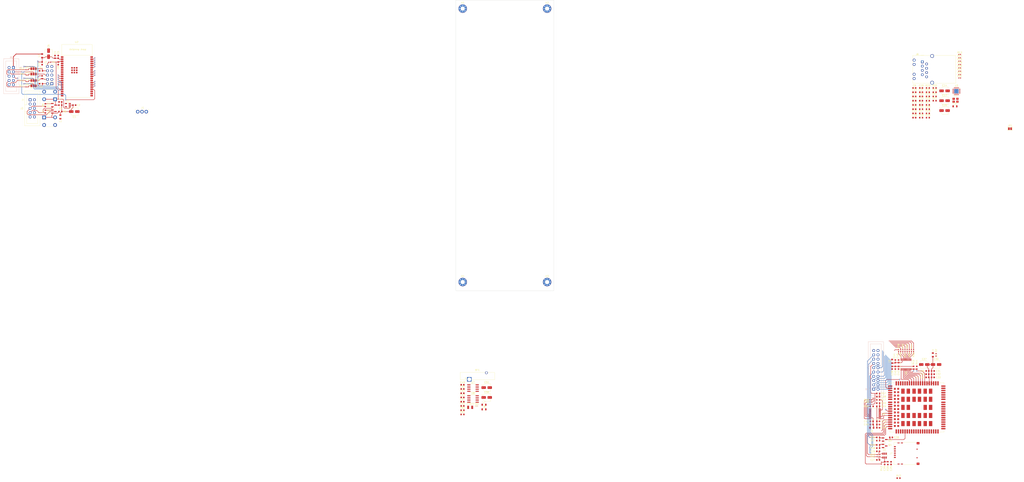
<source format=kicad_pcb>
(kicad_pcb (version 20221018) (generator pcbnew)
  (layers (0 "F.Cu" signal) (31 "B.Cu" signal) (34 "B.Paste" user) (35 "F.Paste" user) (36 "B.SilkS" user "B.Silkscreen") (37 "F.SilkS" user "F.Silkscreen") (38 "B.Mask" user) (39 "F.Mask" user) (44 "Edge.Cuts" user))
  (net 0 "")
  (net 1 "Net-(BT1-+)")
  (net 2 "GND")
  (net 3 "Net-(U1-VDD)")
  (net 4 "Net-(J2-VTref)")
  (net 5 "Net-(Q1-C)")
  (net 6 "Net-(C9-Pad1)")
  (net 7 "Net-(C10-Pad1)")
  (net 8 "/LAN8720A/GPIO5{slash}~{RST}")
  (net 9 "Net-(U3-VDDCR)")
  (net 10 "Net-(U3-VDD1A)")
  (net 11 "Net-(J6-RCT)")
  (net 12 "Net-(D1-IO2)")
  (net 13 "Net-(D1-IO3)")
  (net 14 "Net-(Q3-C)")
  (net 15 "Net-(D1-IO4)")
  (net 16 "Net-(C30-Pad1)")
  (net 17 "/LTE/VDD_EXT")
  (net 18 "Net-(U5-VCCB)")
  (net 19 "Net-(U6-VCCB)")
  (net 20 "+3V3")
  (net 21 "Net-(U7-VCC)")
  (net 22 "Net-(U7-VBAT)")
  (net 23 "Net-(U7-X1)")
  (net 24 "Net-(U7-X2)")
  (net 25 "Net-(U8-VCC)")
  (net 26 "Net-(D1-IO1)")
  (net 28 "Net-(D3-K)")
  (net 29 "Earth_Protective")
  (net 30 "/MTMS")
  (net 31 "/MTCK")
  (net 32 "/MTDO")
  (net 34 "/MTDI")
  (net 35 "Net-(J2-~{RESET})")
  (net 36 "/U0RXD")
  (net 37 "/U0TXD")
  (net 38 "/~{DTR0}")
  (net 39 "/~{RST0}")
  (net 40 "/SAM4E_INT")
  (net 41 "Net-(J4-Pin_4)")
  (net 42 "/ESP32_INT")
  (net 43 "Net-(J4-Pin_6)")
  (net 44 "Net-(J4-Pin_8)")
  (net 45 "Net-(J4-Pin_10)")
  (net 46 "/LTE/LTE_UART_DBG_TXD")
  (net 47 "/LTE_UART_DCD")
  (net 48 "/LTE/LTE_UART_DTR")
  (net 49 "/LTE_UART_CTS")
  (net 50 "/LTE/LTE_UART_DBG_RXD")
  (net 51 "/LTE_UART_RI")
  (net 52 "/RTC_EEPROM/SCL")
  (net 53 "/LTE_UART_RTS")
  (net 54 "/RTC_EEPROM/SDA")
  (net 55 "/LTE_UART_RXD")
  (net 56 "/LTE/LTE_AP_READY")
  (net 57 "/LTE_UART_TXD")
  (net 58 "/LTE/LTE_STATUS")
  (net 59 "/RTC_EEPROM/RTC_MFP")
  (net 60 "/LTE/LTE_PWRKEY")
  (net 61 "/LTE/LTE_RESET_N")
  (net 62 "Net-(J6-TD+)")
  (net 63 "Net-(J6-TD-)")
  (net 64 "Net-(J6-RD+)")
  (net 65 "Net-(J6-RD-)")
  (net 67 "Net-(J6-Pad9)")
  (net 68 "Net-(U3-LED1{slash}REGOFF)")
  (net 69 "Net-(J6-Pad11)")
  (net 70 "Net-(U3-LED2{slash}~{INTSEL})")
  (net 71 "Net-(J7-GND)")
  (net 73 "Net-(J7-PadSH)")
  (net 74 "/CS0")
  (net 75 "/GPIO15")
  (net 76 "/MISO")
  (net 77 "/GPIO12")
  (net 78 "/SCK")
  (net 79 "/GPIO14")
  (net 80 "/MOSI")
  (net 81 "/GPIO13")
  (net 82 "Net-(Q1-B)")
  (net 83 "Net-(Q2-B)")
  (net 84 "/GPIO0{slash}REFCLKO")
  (net 85 "Net-(Q3-B)")
  (net 86 "Net-(Q4-B)")
  (net 87 "Net-(Q4-C)")
  (net 88 "/LAN8720A/GPIO19{slash}EMAC_TXD0")
  (net 89 "Net-(U3-TXD0)")
  (net 90 "/LAN8720A/GPIO22{slash}EMAC_TXD1")
  (net 91 "Net-(U3-TXD1)")
  (net 92 "/LAN8720A/GPIO21{slash}EMAC_TXEN")
  (net 93 "Net-(U3-TXEN)")
  (net 94 "/LAN8720A/GPIO25{slash}EMAC_RXD0")
  (net 95 "Net-(U3-RXD0{slash}MODE0)")
  (net 96 "/LAN8720A/GPIO26{slash}EMAC_RXD1")
  (net 97 "Net-(U3-RXD1{slash}MODE1)")
  (net 98 "/LAN8720A/GPIO27{slash}EMAC_CRS_DV")
  (net 99 "Net-(U3-CRS_DV{slash}MODE2)")
  (net 100 "/LAN8720A/GPIO18{slash}MDIO")
  (net 101 "Net-(U3-MDIO)")
  (net 102 "/LAN8720A/GPIO23{slash}MDC")
  (net 103 "Net-(U3-MDC)")
  (net 104 "Net-(U3-XTAL1{slash}CLKIN)")
  (net 105 "Net-(U3-XTAL2)")
  (net 106 "Net-(U3-RXER{slash}PHYAD0)")
  (net 107 "Net-(U3-RBIAS)")
  (net 108 "Net-(U4-USIM_RST)")
  (net 109 "Net-(U4-USIM_CLK)")
  (net 110 "Net-(U4-USIM_DATA)")
  (net 111 "Net-(U5-OE)")
  (net 112 "Net-(U6-OE)")
  (net 113 "Net-(U6-A4)")
  (net 114 "Net-(U5-B1)")
  (net 115 "Net-(U5-B2)")
  (net 116 "Net-(U5-B3)")
  (net 117 "Net-(U5-B4)")
  (net 118 "Net-(U5-B5)")
  (net 119 "Net-(U5-B6)")
  (net 120 "Net-(U5-B7)")
  (net 121 "Net-(U5-B8)")
  (net 122 "Net-(U6-B4)")
  (net 123 "Net-(U6-B1)")
  (net 124 "Net-(U6-B2)")
  (net 132 "/LTE/AP_READY")
  (net 137 "Net-(U4-DBG_RXD)")
  (net 138 "Net-(U4-DBG_TXD)")
  (net 163 "/LTE/STATUS")
  (net 190 "/LTE/RI")
  (net 191 "/LTE/DCD")
  (net 192 "/LTE/CTS")
  (net 193 "/LTE/RTS")
  (net 194 "/LTE/DTR")
  (net 195 "/LTE/TXD")
  (net 196 "/LTE/RXD")
  (footprint "Capacitor_SMD:C_0603_1608Metric" (layer "F.Cu") (at 364.525 78.665)
    (fp_text reference "C23")
    (fp_text value "0.1uF/6.3V/20%/C0603")
  )
  (footprint "Capacitor_SMD:C_0603_1608Metric" (layer "F.Cu") (at 349.25 233.045 90)
    (fp_text reference "C44")
    (fp_text value "0.1uF/6.3V/20%/C0603")
  )
  (footprint "digikey-footprints:Switch_Tactile_THT_6x6mm" (layer "F.Cu") (at -155.015 88.555)
    (fp_text reference "S2")
    (fp_text value "1825910-6")
  )
  (footprint "Inductor_SMD:L_0805_2012Metric" (layer "F.Cu") (at 335.28 272.415 180)
    (fp_text reference "L6")
    (fp_text value "FB0805/600R/2A")
  )
  (footprint "Inductor_SMD:L_0805_2012Metric" (layer "F.Cu") (at 371.475 229.235 -90)
    (fp_text reference "L4")
    (fp_text value "FB0805/600R/2A")
  )
  (footprint "Capacitor_SMD:C_0603_1608Metric" (layer "F.Cu") (at 342.9 293.37 -90)
    (fp_text reference "C29")
    (fp_text value "33pF/6.3V/20%/C0603")
  )
  (footprint "Capacitor_SMD:C_0603_1608Metric" (layer "F.Cu") (at -137.16 81.28)
    (fp_text reference "C2")
    (fp_text value "0.1uF/6.3V/20%/C0603")
  )
  (footprint "Capacitor_SMD:C_0603_1608Metric" (layer "F.Cu") (at 360.515 86.195)
    (fp_text reference "C16")
    (fp_text value "0.1uF/6.3V/20%/C0603")
  )
  (footprint "Capacitor_SMD:C_0603_1608Metric" (layer "F.Cu") (at -145.415 79.375 180)
    (fp_text reference "C7")
    (fp_text value "22uF/6.3V/20%/C0603")
  )
  (footprint "Capacitor_SMD:C_0603_1608Metric" (layer "F.Cu") (at 339.09 291.465 180)
    (fp_text reference "C27")
    (fp_text value "33pF/6.3V/20%/C0603")
  )
  (footprint "Package_SO:TSSOP-20_4.4x6.5mm_P0.65mm" (layer "F.Cu") (at 337.185 264.16 180)
    (fp_text reference "U6")
    (fp_text value "TXS0108EPW")
  )
  (footprint "Capacitor_SMD:C_0603_1608Metric" (layer "F.Cu") (at 349.25 236.855 -90)
    (fp_text reference "C40")
    (fp_text value "10uF/6.3V/20%/C0603")
  )
  (footprint "digikey-footprints:PinHeader_1x3_P2.54_Drill1.1mm" (layer "F.Cu") (at -99.5925 85.155)
    (fp_text reference "J1")
    (fp_text value "640456-3")
  )
  (footprint "Capacitor_SMD:C_0603_1608Metric" (layer "F.Cu") (at 360.515 76.155)
    (fp_text reference "C11")
    (fp_text value "1nF/6.3V/20%/C0603")
  )
  (footprint "Capacitor_SMD:C_0603_1608Metric" (layer "F.Cu") (at 368.3 242.57 180)
    (fp_text reference "C34")
    (fp_text value "10pF/6.3V/20%/C0603")
  )
  (footprint "Resistor_SMD:R_0402_1005Metric" (layer "F.Cu") (at 354.965 226.695 90)
    (fp_text reference "R51")
    (fp_text value "0R(board_mounted)")
  )
  (footprint "Capacitor_SMD:C_0603_1608Metric" (layer "F.Cu") (at 360.515 88.705)
    (fp_text reference "C18")
    (fp_text value "1uF/6.3V/20%/C0603")
  )
  (footprint "Capacitor_SMD:C_0603_1608Metric" (layer "F.Cu") (at 360.515 73.645)
    (fp_text reference "C10")
    (fp_text value "25pF/6.3V/10%/C0603")
  )
  (footprint "Capacitor_SMD:CP_Elec_4x5.4" (layer "F.Cu") (at 373.38 234.95)
    (fp_text reference "C30")
    (fp_text value "100uF/16V/20%/4x5.4mm")
  )
  (footprint "MountingHole:MountingHole_2.5mm_Pad_Via" (layer "F.Cu") (at 92.95 24.1)
    (fp_text reference "H1")
    (fp_text value "MountingHole")
  )
  (footprint "Resistor_SMD:R_0402_1005Metric" (layer "F.Cu") (at 387.395 53.265)
    (fp_text reference "R14")
    (fp_text value "0R(board_mounted)")
  )
  (footprint "Package_SO:TSSOP-20_4.4x6.5mm_P0.65mm" (layer "F.Cu") (at 355.6 234.95 90)
    (fp_text reference "U5")
    (fp_text value "TXS0108EPW")
  )
  (footprint "Resistor_SMD:R_0402_1005Metric" (layer "F.Cu") (at -165.1 63.5 180)
    (fp_text reference "R9")
    (fp_text value "0R(board_mounted)")
  )
  (footprint "Capacitor_SMD:C_0603_1608Metric" (layer "F.Cu") (at 368.3 238.76 180)
    (fp_text reference "C36")
    (fp_text value "0.1uF/6.3V/20%/C0603")
  )
  (footprint "Capacitor_SMD:C_0603_1608Metric" (layer "F.Cu") (at 339.09 270.51)
    (fp_text reference "C41")
    (fp_text value "10uF/6.3V/20%/C0603")
  )
  (footprint "Resistor_SMD:R_0402_1005Metric" (layer "F.Cu") (at 357.505 226.695 90)
    (fp_text reference "R53")
    (fp_text value "0R(board_mounted)")
  )
  (footprint "Jumper:SolderJumper-2_P1.3mm_Open_Pad1.0x1.5mm" (layer "F.Cu") (at 417.195 95.25)
    (fp_text reference "JP1")
    (fp_text value "SolderJumper_2_Open")
  )
  (footprint "Capacitor_SMD:C_0603_1608Metric" (layer "F.Cu") (at 360.515 71.135)
    (fp_text reference "C9")
    (fp_text value "25pF/6.3V/10%/C0603")
  )
  (footprint "Resistor_SMD:R_0402_1005Metric" (layer "F.Cu") (at 387.395 51.275)
    (fp_text reference "R13")
    (fp_text value "0R(board_mounted)")
  )
  (footprint "Capacitor_SMD:C_0603_1608Metric" (layer "F.Cu") (at 351.155 236.855 -90)
    (fp_text reference "C42")
    (fp_text value "0.1uF/6.3V/20%/C0603")
  )
  (footprint "Crystal:Crystal_SMD_3225-4Pin_3.2x2.5mm" (layer "F.Cu") (at 384.925 78.395)
    (fp_text reference "Y1")
    (fp_text value "Q25MHz/20ppm/3.2x2.5mm (FL2500213Z)")
  )
  (footprint "Capacitor_SMD:CP_Elec_4x5.4" (layer "F.Cu") (at 366.395 234.95 180)
    (fp_text reference "C37")
    (fp_text value "100uF/16V/20%/4x5.4mm")
  )
  (footprint "Resistor_SMD:R_0603_1608Metric" (layer "F.Cu") (at 360.045 236.855 90)
    (fp_text reference "R43")
    (fp_text value "10K/R0603")
  )
  (footprint "Resistor_SMD:R_0402_1005Metric" (layer "F.Cu") (at 353.695 226.695 90)
    (fp_text reference "R50")
    (fp_text value "0R(board_mounted)")
  )
  (footprint "Resistor_SMD:R_0603_1608Metric" (layer "F.Cu") (at 344.805 293.37 90)
    (fp_text reference "R39")
    (fp_text value "15K/R0603")
  )
  (footprint "Capacitor_SMD:C_0603_1608Metric" (layer "F.Cu") (at -146.685 56.515 -90)
    (fp_text reference "C8")
    (fp_text value "1uF/6.3V/20%/C0603")
  )
  (footprint "Jumper:SolderJumper-3_P1.3mm_Open_Pad1.0x1.5mm" (layer "F.Cu") (at -161.29 59.69)
    (fp_text reference "JP3")
    (fp_text value "SolderJumper_3_Open")
  )
  (footprint "Capacitor_SMD:C_0603_1608Metric" (layer "F.Cu") (at 346.71 278.135)
    (fp_text reference "C28")
    (fp_text value "10nF/6.3V/20%/C0603")
  )
  (footprint "Capacitor_SMD:C_0603_1608Metric" (layer "F.Cu") (at 92.83 249.46)
    (fp_text reference "C50")
    (fp_text value "0.1uF/6.3V/20%/C0603")
  )
  (footprint "Connector_Card:microSIM_JAE_SF53S006VCBR2000" (layer "F.Cu") (at 355.6 287.655 90)
    (fp_text reference "J7")
    (fp_text value "SF53S006VCBR2000")
  )
  (footprint "Resistor_SMD:R_0603_1608Metric" (layer "F.Cu") (at 339.09 284.48 180)
    (fp_text reference "R38")
    (fp_text value "47K/R0603")
  )
  (footprint "Diode_SMD:D_SOD-923" (layer "F.Cu") (at 101.325 259.57)
    (fp_text reference "D3")
    (fp_text value "20V/0.5A/0.5V (NSR0620P2T5G)")
  )
  (footprint "Capacitor_SMD:C_0603_1608Metric" (layer "F.Cu") (at 371.475 238.76)
    (fp_text reference "C31")
    (fp_text value "0.1uF/6.3V/20%/C0603")
  )
  (footprint "Capacitor_SMD:C_0603_1608Metric" (layer "F.Cu") (at 339.09 268.605)
    (fp_text reference "C43")
    (fp_text value "0.1uF/6.3V/20%/C0603")
  )
  (footprint "Capacitor_SMD:C_0603_1608Metric" (layer "F.Cu") (at 364.525 81.175)
    (fp_text reference "C24")
    (fp_text value "22uF/6.3V/20%/C0603")
  )
  (footprint "Package_TO_SOT_SMD:SOT-23-6" (layer "F.Cu") (at 342.9 288.925 -90)
    (fp_text reference "D1")
    (fp_text value "ESDA6V1-5SC6")
  )
  (footprint "Resistor_SMD:R_0402_1005Metric" (layer "F.Cu") (at 356.235 226.695 90)
    (fp_text reference "R52")
    (fp_text value "0R(board_mounted)")
  )
  (footprint "Capacitor_SMD:C_0603_1608Metric" (layer "F.Cu") (at -146.685 52.705 90)
    (fp_text reference "C5")
    (fp_text value "1uF/6.3V/20%/C0603")
  )
  (footprint "Resistor_SMD:R_0603_1608Metric" (layer "F.Cu") (at 368.535 83.685)
    (fp_text reference "R28")
    (fp_text value "49.9R/1%/R0603")
  )
  (footprint "Resistor_SMD:R_0603_1608Metric" (layer "F.Cu") (at -156.845 60.96 180)
    (fp_text reference "R4")
    (fp_text value "100K/R0603")
  )
  (footprint "Package_DFN_QFN:VQFN-24-1EP_4x4mm_P0.5mm_EP2.5x2.5mm_ThermalVias" (layer "F.Cu") (at 385.445 73.025)
    (fp_text reference "U3")
    (fp_text value "LAN8720A")
  )
  (footprint "Resistor_SMD:R_0603_1608Metric" (layer "F.Cu") (at 368.535 78.665)
    (fp_text reference "R26")
    (fp_text value "12.1K/1%/R0603")
  )
  (footprint "digikey-footprints:SMD-2_3.2x1.5mm" (layer "F.Cu") (at 97.37 260.32)
    (fp_text reference "XTAL1")
    (fp_text value "ECS-_327-7-34B-TR")
  )
  (footprint "Resistor_SMD:R_0603_1608Metric" (layer "F.Cu") (at 92.83 262.01)
    (fp_text reference "R60")
    (fp_text value "10K/R0603")
  )
  (footprint "Connector_RJ:RJ45_Wuerth_7499010121A_Horizontal" (layer "F.Cu") (at 365.225 55.635)
    (fp_text reference "J6")
    (fp_text value "RJ45_Wuerth_7499010121A")
  )
  (footprint "Resistor_SMD:R_0603_1608Metric" (layer "F.Cu") (at 368.535 81.175)
    (fp_text reference "R27")
    (fp_text value "49.9R/1%/R0603")
  )
  (footprint "Inductor_SMD:L_0805_2012Metric" (layer "F.Cu") (at 347.345 233.045 90)
    (fp_text reference "L5")
    (fp_text value "FB0805/600R/2A")
  )
  (footprint "Capacitor_SMD:C_0603_1608Metric" (layer "F.Cu") (at 92.83 256.99)
    (fp_text reference "C54")
    (fp_text value "10pF/6.3V/10%/C0603")
  )
  (footprint "Resistor_SMD:R_0603_1608Metric" (layer "F.Cu") (at 372.545 71.135)
    (fp_text reference "R32")
    (fp_text value "330R/R0603")
  )
  (footprint "Capacitor_SMD:C_0603_1608Metric" (layer "F.Cu") (at 339.09 254 180)
    (fp_text reference "C48")
    (fp_text value "22uF/6.3V/20%/C0603")
  )
  (footprint "my_RF_LTE:Quectel_EC21_L29.0mm_W32.0mm" (layer "F.Cu") (at 361.95 260.35)
    (fp_text reference "U4")
    (fp_text value "EC21")
  )
  (footprint "Package_TO_SOT_SMD:SOT-23" (layer "F.Cu") (at -149.225 85.09)
    (fp_text reference "Q2")
    (fp_text value "BC817")
  )
  (footprint "Resistor_SMD:R_0402_1005Metric" (layer "F.Cu") (at 339.09 288.29 180)
    (fp_text reference "R40")
    (fp_text value "0R(board_mounted)")
  )
  (footprint "Capacitor_SMD:C_0603_1608Metric" (layer "F.Cu") (at 364.525 71.135)
    (fp_text reference "C19")
    (fp_text value "0.1uF/6.3V/20%/C0603")
  )
  (footprint "Resistor_SMD:R_0603_1608Metric" (layer "F.Cu") (at 368.535 73.645)
    (fp_text reference "R24")
    (fp_text value "1K/R0603")
  )
  (footprint "Capacitor_SMD:CP_Elec_4x5.4" (layer "F.Cu") (at 378.425 72.805)
    (fp_text reference "C14")
    (fp_text value "22uF/16V/20%/4.3x4.3mm")
  )
  (footprint "Capacitor_SMD:CP_Elec_4x5.4" (layer "F.Cu") (at 378.425 84.505)
    (fp_text reference "C20")
    (fp_text value "22uF/16V/20%/4.3x4.3mm")
  )
  (footprint "Resistor_SMD:R_0603_1608Metric" (layer "F.Cu") (at 368.535 88.705)
    (fp_text reference "R30")
    (fp_text value "49.9R/1%/R0603")
  )
  (footprint "Resistor_SMD:R_0603_1608Metric" (layer "F.Cu") (at 339.09 282.575)
    (fp_text reference "R36")
    (fp_text value "4.7K/R0603")
  )
  (footprint "Diode_SMD:D_SOD-523" (layer "F.Cu") (at 373.38 229.235 90)
    (fp_text reference "D2")
    (fp_text value "VESD05C1-02V")
  )
  (footprint "Capacitor_SMD:C_0603_1608Metric" (layer "F.Cu") (at 347.345 236.855 -90)
    (fp_text reference "C38")
    (fp_text value "1uF/6.3V/20%/C0603")
  )
  (footprint "Resistor_SMD:R_0402_1005Metric" (layer "F.Cu") (at 339.09 289.56 180)
    (fp_text reference "R41")
    (fp_text value "0R(board_mounted)")
  )
  (footprint "Capacitor_SMD:C_0603_1608Metric" (layer "F.Cu") (at 364.525 73.645)
    (fp_text reference "C21")
    (fp_text value "1uF/6.3V/20%/C0603")
  )
  (footprint "Resistor_SMD:R_0603_1608Metric" (layer "F.Cu") (at 372.545 76.155)
    (fp_text reference "R34")
    (fp_text value "10K/R0603")
  )
  (footprint "Capacitor_SMD:CP_Elec_4x5.4" (layer "F.Cu") (at -137.16 85.09)
    (fp_text reference "C1")
    (fp_text value "22uF/16V/20%/4.3x4.3mm")
  )
  (footprint "Jumper:SolderJumper-3_P1.3mm_Open_Pad1.0x1.5mm" (layer "F.Cu") (at -161.29 69.85)
    (fp_text reference "JP4")
    (fp_text value "SolderJumper_3_Open")
  )
  (footprint "Resistor_SMD:R_0603_1608Metric" (layer "F.Cu") (at 364.525 83.685)
    (fp_text reference "R16")
    (fp_text value "10R/R0603")
  )
  (footprint "Resistor_SMD:R_0603_1608Metric" (layer "F.Cu") (at 339.09 280.035 180)
    (fp_text reference "R37")
    (fp_text value "47K/R0603")
  )
  (footprint "Resistor_SMD:R_0402_1005Metric" (layer "F.Cu") (at -151.765 55.88)
    (fp_text reference "R1")
    (fp_text value "0R(board_mounted)")
  )
  (footprint "Resistor_SMD:R_0603_1608Metric" (layer "F.Cu") (at 351.155 302.26)
    (fp_text reference "RV2")
    (fp_text value "V5.5MLA0603N")
  )
  (footprint "Capacitor_SMD:C_0603_1608Metric" (layer "F.Cu") (at 339.09 272.415)
    (fp_text reference "C39")
    (fp_text value "1uF/6.3V/20%/C0603")
  )
  (footprint "Resistor_SMD:R_0603_1608Metric" (layer "F.Cu") (at 339.09 255.905)
    (fp_text reference "R47")
    (fp_text value "51K/R0603")
  )
  (footprint "Resistor_SMD:R_0603_1608Metric" (layer "F.Cu") (at 339.09 278.13)
    (fp_text reference "R35")
    (fp_text value "4.7K/R0603")
  )
  (footprint "Capacitor_SMD:C_0603_1608Metric" (layer "F.Cu") (at 346.71 293.37 90)
    (fp_text reference "C25")
    (fp_text value "0.1uF/6.3V/20%/C0603")
  )
  (footprint "Capacitor_SMD:C_0603_1608Metric" (layer "F.Cu") (at 360.515 83.685)
    (fp_text reference "C15")
    (fp_text value "1uF/6.3V/20%/C0603")
  )
  (footprint "Resistor_SMD:R_0402_1005Metric" (layer "F.Cu") (at -165.1 70.485 180)
    (fp_text reference "R11")
    (fp_text value "0R(board_mounted)")
  )
  (footprint "Capacitor_SMD:C_0603_1608Metric" (layer "F.Cu") (at -156.21 56.515 -90)
    (fp_text reference "C3")
    (fp_text value "22uF/6.3V/20%/C0603")
  )
  (footprint "Inductor_SMD:L_0805_2012Metric" (layer "F.Cu") (at 105.56 258.77)
    (fp_text reference "L7")
    (fp_text value "FB0805/600R/2A")
  )
  (footprint "Resistor_SMD:R_0402_1005Metric" (layer "F.Cu") (at 358.775 226.695 90)
    (fp_text reference "R54")
    (fp_text value "0R(board_mounted)")
  )
  (footprint "Resistor_SMD:R_0603_1608Metric" (layer "F.Cu") (at 364.525 86.195)
    (fp_text reference "R17")
    (fp_text value "10R/R0603")
  )
  (footprint "Capacitor_SMD:C_0603_1608Metric" (layer "F.Cu") (at 368.3 240.665 180)
    (fp_text reference "C35")
    (fp_text value "33pF/6.3V/20%/C0603")
  )
  (footprint "Capacitor_SMD:C_0603_1608Metric" (layer "F.Cu") (at 364.525 76.155)
    (fp_text reference "C22")
    (fp_text value "470pF/6.3V/20%/C0603")
  )
  (footprint "Resistor_SMD:R_0402_1005Metric" (layer "F.Cu") (at 387.395 61.225)
    (fp_text reference "R21")
    (fp_text value "0R(board_mounted)")
  )
  (footprint "Capacitor_SMD:C_0603_1608Metric" (layer "F.Cu") (at 360.515 78.665)
    (fp_text reference "C12")
    (fp_text value "1uF/6.3V/20%/C0603")
  )
  (footprint "Resistor_SMD:R_0603_1608Metric" (layer "F.Cu") (at -156.845 68.58 180)
    (fp_text reference "R3")
    (fp_text value "100K/R0603")
  )
  (footprint "Capacitor_SMD:C_0603_1608Metric" (layer "F.Cu") (at 371.475 240.665)
    (fp_text reference "C32")
    (fp_text value "33pF/6.3V/20%/C0603")
  )
  (footprint "Resistor_SMD:R_0603_1608Metric" (layer "F.Cu") (at 372.545 78.665)
    (fp_text reference "RV1")
    (fp_text value "V5.5MLA0603N")
  )
  (footprint "Capacitor_SMD:CP_Elec_4x5.4" (layer "F.Cu") (at -152.4 50.8 90)
    (fp_text reference "C6")
    (fp_text value "22uF/16V/20%/4.3x4.3mm")
  )
  (footprint "Resistor_SMD:R_0603_1608Metric" (layer "F.Cu") (at 335.28 259.715 180)
    (fp_text reference "R56")
    (fp_text value "51K/R0603")
  )
  (footprint "Resistor_SMD:R_0402_1005Metric" (layer "F.Cu") (at -165.1 60.325 180)
    (fp_text reference "R10")
    (fp_text value "0R(board_mounted)")
  )
  (footprint "Connector_IDC:IDC-Header_2x05_P2.54mm_Vertical" (layer "F.Cu") (at -163.3125 78.105)
    (fp_text reference "J3")
    (fp_text value "302-S101")
  )
  (footprint "Resistor_SMD:R_0603_1608Metric" (layer "F.Cu") (at 364.525 88.705)
    (fp_text reference "R18")
    (fp_text value "10R/R0603")
  )
  (footprint "Espressif:ESP32-WROVER-E" (layer "F.Cu") (at -135.6175 61.055)
    (fp_text reference "U2")
    (fp_text value "ESP32-WROVER-E")
  )
  (footprint "Capacitor_SMD:C_0603_1608Metric" (layer "F.Cu") (at 351.155 233.045 90)
    (fp_text reference "C46")
    (fp_text value "10uF/6.3V/20%/C0603")
  )
  (footprint "Resistor_SMD:R_0402_1005Metric" (layer "F.Cu") (at 387.395 55.255)
    (fp_text reference "R15")
    (fp_text value "0R(board_mounted)")
  )
  (footprint "Inductor_SMD:L_0805_2012Metric" (layer "F.Cu") (at -145.415 88.265 90)
    (fp_text reference "L1")
    (fp_text value "FB0805/600R/2A")
  )
  (footprint "Resistor_SMD:R_0603_1608Metric" (layer "F.Cu") (at 372.545 73.645)
    (fp_text reference "R33")
    (fp_text value "330R/R0603")
  )
  (footprint "Resistor_SMD:R_0402_1005Metric" (layer "F.Cu") (at 387.395 65.205)
    (fp_text reference "R31")
    (fp_text value "0R(board_mounted)")
  )
  (footprint "Resistor_SMD:R_0603_1608Metric" (layer "F.Cu") (at 339.09 259.715 180)
    (fp_text reference "R45")
    (fp_text value "10K/R0603")
  )
  (footprint "Capacitor_SMD:C_0603_1608Metric" (layer "F.Cu") (at 339.09 286.385 180)
    (fp_text reference "C26")
    (fp_text value "33pF/6.3V/20%/C0603")
  )
  (footprint "Capacitor_SMD:C_0603_1608Metric" (layer "F.Cu") (at 335.28 268.605 180)
    (fp_text reference "C47")
    (fp_text value "10uF/6.3V/20%/C0603")
  )
  (footprint "Resistor_SMD:R_0603_1608Metric" (layer "F.Cu") (at -156.21 64.77 90)
    (fp_text reference "R2")
    (fp_text value "100K/R0603")
  )
  (footprint "Jumper:SolderJumper-3_P1.3mm_Open_Pad1.0x1.5mm" (layer "F.Cu") (at -161.26 66.675)
    (fp_text reference "JP5")
    (fp_text value "SolderJumper_3_Open")
  )
  (footprint "Resistor_SMD:R_0402_1005Metric" (layer "F.Cu") (at 334.645 257.175)
    (fp_text reference "R59")
    (fp_text value "0R(board_mounted)")
  )
  (footprint "Capacitor_SMD:C_0603_1608Metric" (layer "F.Cu") (at 92.83 259.5)
    (fp_text reference "C55")
    (fp_text value "0.1uF/6.3V/20%/C0603")
  )
  (footprint "Resistor_SMD:R_0402_1005Metric" (layer "F.Cu") (at 351.155 226.695 90)
    (fp_text reference "R48")
    (fp_text value "0R(board_mounted)")
  )
  (footprint "Resistor_SMD:R_0603_1608Metric" (layer "F.Cu") (at -154.305 85.09 90)
    (fp_text reference "R7")
    (fp_text value "10K/R0603")
  )
  (footprint "Capacitor_SMD:C_0603_1608Metric" (layer "F.Cu") (at 371.475 242.57)
    (fp_text reference "C33")
    (fp_text value "10pF/6.3V/20%/C0603")
  )
  (footprint "Package_TO_SOT_SMD:SOT-23" (layer "F.Cu") (at -149.225 81.28)
    (fp_text reference "Q1")
    (fp_text value "BC817")
  )
  (footprint "Package_SO:SOIC-8_3.9x4.9mm_P1.27mm" (layer "F.Cu") (at 99.06 248.92)
    (fp_text reference "U7")
    (fp_text value "MCP7940N-xSN")
  )
  (footprint "Resistor_SMD:R_0402_1005Metric" (layer "F.Cu") (at 334.645 255.905)
    (fp_text reference "R58")
    (fp_text value "0R(board_mounted)")
  )
  (footprint "Inductor_SMD:L_0805_2012Metric" (layer "F.Cu") (at -156.21 52.07 -90)
    (fp_text reference "L2")
    (fp_text value "FB0805/600R/2A")
  )
  (footprint "Package_TO_SOT_SMD:SOT-23" (layer "F.Cu") (at 342.9 279.4)
    (fp_text reference "Q3")
    (fp_text value "BC817")
  )
  (footprint "Capacitor_SMD:C_0603_1608Metric" (layer "F.Cu") (at 92.83 254.48)
    (fp_text reference "C53")
    (fp_text value "10pF/6.3V/10%/C0603")
  )
  (footprint "Resistor_SMD:R_0402_1005Metric" (layer "F.Cu") (at 360.045 226.695 90)
    (fp_text reference "R55")
    (fp_text value "0R(board_mounted)")
  )
  (footprint "Resistor_SMD:R_0402_1005Metric" (layer "F.Cu") (at 387.395 63.215)
    (fp_text reference "R22")
    (fp_text value "0R(board_mounted)")
  )
  (footprint "MountingHole:MountingHole_2.5mm_Pad_Via" (layer "F.Cu") (at 142.95 186.1)
    (fp_text reference "H3")
    (fp_text value "MountingHole")
  )
  (footprint "Capacitor_SMD:C_0603_1608Metric" (layer "F.Cu") (at 92.83 246.95)
    (fp_text reference "C49")
    (fp_text value "22uF/6.3V/20%/C0603")
  )
  (footprint "Resistor_SMD:R_0402_1005Metric" (layer "F.Cu") (at 387.395 59.235)
    (fp_text reference "R20")
    (fp_text value "0R(board_mounted)")
  )
  (footprint "Resistor_SMD:R_0603_1608Metric" (layer "F.Cu") (at 339.09 252.095)
    (fp_text reference "R57")
    (fp_text value "10K/R0603")
  )
  (footprint "Jumper:SolderJumper-3_P1.3mm_Open_Pad1.0x1.5mm" (layer "F.Cu") (at -161.29 62.865)
    (fp_text reference "JP2")
    (fp_text value "SolderJumper_3_Open")
  )
  (footprint "Package_TO_SOT_SMD:SOT-23-5" (layer "F.Cu") (at -140.97 81.28 180)
    (fp_text reference "U1")
    (fp_text value "BD48ExxG")
  )
  (footprint "Resistor_SMD:R_0603_1608Metric" (layer "F.Cu") (at 361.95 236.855 90)
    (fp_text reference "R44")
    (fp_text value "120K/R0603")
  )
  (footprint "Resistor_SMD:R_0603_1608Metric" (layer "F.Cu") (at -145.415 85.09)
    (fp_text reference "R8")
    (fp_text value "10K/R0603")
  )
  (footprint "Resistor_SMD:R_0603_1608Metric" (layer "F.Cu") (at -145.415 81.28)
    (fp_text reference "R5")
    (fp_text value "10K/R0603")
  )
  (footprint "Connector_PinHeader_2.54mm:PinHeader_2x05_P2.54mm_Vertical" (layer "F.Cu") (at -150.49 68.575 180)
    (fp_text reference "J2")
    (fp_text value "Conn_ARM_JTAG_SWD_10")
  )
  (footprint "digikey-footprints:Switch_Tactile_THT_6x6mm" (layer "F.Cu") (at -148.515 77.815 180)
    (fp_text reference "S1")
    (fp_text value "1825910-6")
  )
  (footprint "Capacitor_SMD:C_0603_1608Metric" (layer "F.Cu") (at -148.59 52.705 90)
    (fp_text reference "C4")
    (fp_text value "0.1uF/6.3V/20%/C0603")
  )
  (footprint "Resistor_SMD:R_0402_1005Metric" (layer "F.Cu") (at 340.995 293.37 -90)
    (fp_text reference "R42")
    (fp_text value "0R(board_mounted)")
  )
  (footprint "Capacitor_SMD:C_0603_1608Metric" (layer "F.Cu") (at 360.515 81.175)
    (fp_text reference "C13")
    (fp_text value "470pF/6.3V/20%/C0603")
  )
  (footprint "Inductor_SMD:L_0805_2012Metric" (layer "F.Cu") (at 105.56 261.52)
    (fp_text reference "L8")
    (fp_text value "FB0805/600R/2A")
  )
  (footprint "MountingHole:MountingHole_2.5mm_Pad_Via" (layer "F.Cu") (at 142.95 24.1)
    (fp_text reference "H2")
    (fp_text value "MountingHole")
  )
  (footprint "Resistor_SMD:R_0603_1608Metric" (layer "F.Cu") (at 368.535 71.135)
    (fp_text reference "R23")
    (fp_text value "10K/R0603")
  )
  (footprint "Resistor_SMD:R_0603_1608Metric" (layer "F.Cu") (at 92.83 264.52)
    (fp_text reference "R61")
    (fp_text value "10K/R0603")
  )
  (footprint "Capacitor_SMD:CP_Elec_4x5.4" (layer "F.Cu") (at 378.425 78.655)
    (fp_text reference "C17")
    (fp_text value "22uF/16V/20%/4.3x4.3mm")
  )
  (footprint "Resistor_SMD:R_0603_1608Metric" (layer "F.Cu") (at -154.305 81.28 90)
    (fp_text reference "R6")
    (fp_text value "10K/R0603")
  )
  (footprint "Inductor_SMD:L_0805_2012Metric" (layer "F.Cu") (at 384.575 81.995)
    (fp_text reference "L3")
    (fp_text value "FB0805/600R/2A")
  )
  (footprint "Package_TO_SOT_SMD:SOT-23" (layer "F.Cu") (at 342.9 283.215)
    (fp_text reference "Q4")
    (fp_text value "BC817")
  )
  (footprint "Battery:Battery_Panasonic_CR2032-VS1N_Vertical_CircularHoles" (layer "F.Cu") (at 96.83 243.72)
    (fp_text reference "BT1")
    (fp_text value "CR2032 (Panasonic vertical)")
  )
  (footprint "MountingHole:MountingHole_2.5mm_Pad_Via" (layer "F.Cu") (at 92.95 186.1)
    (fp_text reference "H4")
    (fp_text value "MountingHole")
  )
  (footprint "Resistor_SMD:R_0402_1005Metric" (layer "F.Cu") (at 352.425 226.695 90)
    (fp_text reference "R49")
    (fp_text value "0R(board_mounted)")
  )
  (footprint "Resistor_SMD:R_0603_1608Metric" (layer "F.Cu") (at 368.535 86.195)
    (fp_text reference "R29")
    (fp_text value "49.9R/1%/R0603")
  )
  (footprint "Capacitor_SMD:CP_Elec_4x5.4" (layer "F.Cu") (at 107.16 254.47)
    (fp_text reference "C56")
    (fp_text value "10uF/16V/20%/4x5.4mm")
  )
  (footprint "Package_SO:SOIC-8_3.9x4.9mm_P1.27mm" (layer "F.Cu") (at 99.06 255.37)
    (fp_text reference "U8")
    (fp_text value "24LC512")
  )
  (footprint "Resistor_SMD:R_0402_1005Metric" (layer "F.Cu") (at 387.395 57.245)
    (fp_text reference "R19")
    (fp_text value "0R(board_mounted)")
  )
  (footprint "Resistor_SMD:R_0603_1608Metric" (layer "F.Cu") (at 339.09 257.81)
    (fp_text reference "R46")
    (fp_text value "120K/R0603")
  )
  (footprint "Capacitor_SMD:C_0603_1608Metric" (layer "F.Cu") (at 335.28 270.51 180)
    (fp_text reference "C45")
    (fp_text value "0.1uF/6.3V/20%/C0603")
  )
  (footprint "Resistor_SMD:R_0603_1608Metric" (layer "F.Cu") (at 368.535 76.155)
    (fp_text reference "R25")
    (fp_text value "10K/R0603")
  )
  (footprint "Capacitor_SMD:CP_Elec_4x5.4" (layer "F.Cu") (at 107.16 248.62)
    (fp_text reference "C51")
    (fp_text value "10uF/16V/20%/4x5.4mm")
  )
  (footprint "Resistor_SMD:R_0402_1005Metric" (layer "F.Cu") (at -165.1 67.31 180)
    (fp_text reference "R12")
    (fp_text value "0R(board_mounted)")
  )
  (footprint "Capacitor_SMD:C_0603_1608Metric" (layer "F.Cu") (at 92.83 251.97)
    (fp_text reference "C52")
    (fp_text value "0.1uF/6.3V/20%/C0603")
  )
  (footprint "Connector_IDC:IDC-Header_2x05_P2.54mm_Vertical" (layer "B.Cu") (at -173.2375 59.055 180)
    (fp_text reference "J4")
    (fp_text value "Conn_02x05_Odd_Even")
  )
  (footprint "Connector_IDC:IDC-Header_2x10_P2.54mm_Vertical" (layer "B.Cu") (at 336.4325 249.555)
    (fp_text reference "J5")
    (fp_text value "Conn_02x10_Odd_Even")
  )
  (gr_rect locked (start 88.9 19.05) (end 147 191.15) (stroke (width 0.1)) (fill none) (layer "Edge.Cuts"))
  (segment (start -139.8325 81.28) (end -137.935 81.28) (width 0.254) (layer "F.Cu") (net 3))
  (segment (start -145.415 85.915) (end -144.59 85.09) (width 0.254) (layer "F.Cu") (net 3))
  (segment (start -138.96 85.09) (end -144.59 85.09) (width 0.254) (layer "F.Cu") (net 3))
  (segment (start -138.96 83.715) (end -138.96 85.09) (width 0.254) (layer "F.Cu") (net 3))
  (segment (start -144.59 79.425) (end -144.64 79.375) (width 0.254) (layer "F.Cu") (net 3))
  (segment (start -144.59 81.28) (end -144.59 85.09) (width 0.254) (layer "F.Cu") (net 3))
  (segment (start -144.59 81.28) (end -144.59 79.425) (width 0.254) (layer "F.Cu") (net 3))
  (segment (start -137.935 81.28) (end -137.935 82.69) (width 0.254) (layer "F.Cu") (net 3))
  (segment (start -137.935 82.69) (end -138.96 83.715) (width 0.254) (layer "F.Cu") (net 3))
  (segment (start -145.415 87.2025) (end -145.415 85.915) (width 0.254) (layer "F.Cu") (net 3))
  (segment (start -157.67 68.58) (end -158.75 68.58) (width 0.254) (layer "F.Cu") (net 4))
  (segment (start -156.21 63.945) (end -157.925 63.945) (width 0.254) (layer "F.Cu") (net 4))
  (segment (start -158.255 55.74) (end -156.21 55.74) (width 0.254) (layer "F.Cu") (net 4))
  (segment (start -157.67 60.96) (end -158.75 60.96) (width 0.254) (layer "F.Cu") (net 4))
  (segment (start -148.59 53.48) (end -149.72 53.48) (width 0.25) (layer "F.Cu") (net 4))
  (segment (start -149.72 53.48) (end -150.6 52.6) (width 0.25) (layer "F.Cu") (net 4))
  (segment (start -144.4125 54.115) (end -144.3675 54.07) (width 0.25) (layer "F.Cu") (net 4))
  (segment (start -154.2 52.6) (end -152.4 52.6) (width 0.254) (layer "F.Cu") (net 4))
  (segment (start -156.21 53.1325) (end -156.21 55.74) (width 0.254) (layer "F.Cu") (net 4))
  (segment (start -154.7325 53.1325) (end -154.2 52.6) (width 0.254) (layer "F.Cu") (net 4))
  (segment (start -156.21 53.1325) (end -154.7325 53.1325) (width 0.254) (layer "F.Cu") (net 4))
  (segment (start -150.6 52.6) (end -152.4 52.6) (width 0.25) (layer "F.Cu") (net 4))
  (segment (start -146.095 54.07) (end -146.685 53.48) (width 0.25) (layer "F.Cu") (net 4))
  (segment (start -144.3675 54.07) (end -146.095 54.07) (width 0.25) (layer "F.Cu") (net 4))
  (segment (start -158.75 55.245) (end -158.255 55.74) (width 0.254) (layer "F.Cu") (net 4))
  (segment (start -146.685 53.48) (end -148.59 53.48) (width 0.25) (layer "F.Cu") (net 4))
  (segment (start -157.925 63.945) (end -158.75 64.77) (width 0.254) (layer "F.Cu") (net 4))
  (via (at -158.75 64.77) (size 0.762) (drill 0.508) (layers "F.Cu" "B.Cu") (net 4))
  (via (at -158.75 55.245) (size 0.762) (drill 0.508) (layers "F.Cu" "B.Cu") (net 4))
  (via (at -158.75 68.58) (size 0.762) (drill 0.508) (layers "F.Cu" "B.Cu") (net 4))
  (via (at -158.75 60.96) (size 0.762) (drill 0.508) (layers "F.Cu" "B.Cu") (net 4))
  (segment (start -158.75 68.58) (end -158.75 69.215) (width 0.254) (layer "B.Cu") (net 4))
  (segment (start -151.765 69.85) (end -150.49 68.575) (width 0.254) (layer "B.Cu") (net 4))
  (segment (start -158.75 60.96) (end -158.75 64.77) (width 0.254) (layer "B.Cu") (net 4))
  (segment (start -158.75 64.77) (end -158.75 68.58) (width 0.254) (layer "B.Cu") (net 4))
  (segment (start -158.75 55.245) (end -158.75 60.96) (width 0.254) (layer "B.Cu") (net 4))
  (segment (start -158.115 69.85) (end -151.765 69.85) (width 0.254) (layer "B.Cu") (net 4))
  (segment (start -158.75 69.215) (end -158.115 69.85) (width 0.254) (layer "B.Cu") (net 4))
  (segment (start -147.955 71.12) (end -146.685 72.39) (width 0.254) (layer "F.Cu") (net 5))
  (segment (start -139.8325 82.865) (end -140.1525 83.185) (width 0.254) (layer "F.Cu") (net 5))
  (segment (start -139.8325 82.23) (end -139.8325 82.865) (width 0.254) (layer "F.Cu") (net 5))
  (segment (start -147.955 55.74) (end -151.115 55.74) (width 0.254) (layer "F.Cu") (net 5))
  (segment (start -140.1525 83.185) (end -142.875 83.185) (width 0.254) (layer "F.Cu") (net 5))
  (segment (start -147.955 55.74) (end -147.955 71.12) (width 0.254) (layer "F.Cu") (net 5))
  (segment (start -145.65 55.34) (end -146.05 55.74) (width 0.254) (layer "F.Cu") (net 5))
  (segment (start -148.2875 78.0425) (end -148.515 77.815) (width 0.254) (layer "F.Cu") (net 5))
  (segment (start -146.685 55.74) (end -146.685 55.88) (width 0.254) (layer "F.Cu") (net 5))
  (segment (start -143.51 78.105) (end -143.8 77.815) (width 0.254) (layer "F.Cu") (net 5))
  (segment (start -148.515 77.815) (end -155.65 77.815) (width 0.254) (layer "F.Cu") (net 5))
  (segment (start -143.51 82.55) (end -143.51 78.105) (width 0.254) (layer "F.Cu") (net 5))
  (segment (start -148.2875 81.28) (end -146.24 81.28) (width 0.254) (layer "F.Cu") (net 5))
  (segment (start -146.05 55.74) (end -146.685 55.74) (width 0.254) (layer "F.Cu") (net 5))
  (segment (start -143.8 77.815) (end -146.685 77.815) (width 0.254) (layer "F.Cu") (net 5))
  (segment (start -151.115 55.74) (end -151.255 55.88) (width 0.254) (layer "F.Cu") (net 5))
  (segment (start -144.3675 55.34) (end -145.65 55.34) (width 0.254) (layer "F.Cu") (net 5))
  (segment (start -146.685 55.74) (end -147.955 55.74) (width 0.254) (layer "F.Cu") (net 5))
  (segment (start -148.2875 81.28) (end -148.2875 78.0425) (width 0.254) (layer "F.Cu") (net 5))
  (segment (start -146.685 77.815) (end -148.515 77.815) (width 0.254) (layer "F.Cu") (net 5))
  (segment (start -146.685 72.39) (end -146.685 77.815) (width 0.254) (layer "F.Cu") (net 5))
  (segment (start -142.875 83.185) (end -143.51 82.55) (width 0.254) (layer "F.Cu") (net 5))
  (segment (start -126.8675 64.23) (end -125.825 64.23) (width 0.25) (layer "F.Cu") (net 8))
  (segment (start -125.825 64.23) (end -125.095 63.5) (width 0.25) (layer "F.Cu") (net 8))
  (via (at -125.095 63.5) (size 0.762) (drill 0.508) (layers "F.Cu" "B.Cu") (net 8))
  (segment (start 341.95 287.7875) (end 340.8625 287.7875) (width 0.254) (layer "F.Cu") (net 12))
  (segment (start 340.8625 287.7875) (end 340.36 288.29) (width 0.254) (layer "F.Cu") (net 12))
  (segment (start 339.6 288.29) (end 339.6 286.65) (width 0.254) (layer "F.Cu") (net 12))
  (segment (start 339.6 286.65) (end 339.865 286.385) (width 0.254) (layer "F.Cu") (net 12))
  (segment (start 340.36 288.29) (end 339.6 288.29) (width 0.254) (layer "F.Cu") (net 12))
  (segment (start 339.6 289.56) (end 339.6 291.2) (width 0.254) (layer "F.Cu") (net 13))
  (segment (start 339.6 291.2) (end 339.865 291.465) (width 0.254) (layer "F.Cu") (net 13))
  (segment (start 339.6 289.56) (end 340.36 289.56) (width 0.254) (layer "F.Cu") (net 13))
  (segment (start 340.36 289.56) (end 340.8625 290.0625) (width 0.254) (layer "F.Cu") (net 13))
  (segment (start 341.8175 290.195) (end 341.95 290.0625) (width 0.254) (layer "F.Cu") (net 13))
  (segment (start 340.8625 290.0625) (end 341.95 290.0625) (width 0.254) (layer "F.Cu") (net 13))
  (segment (start 355 278.73) (end 354.33 279.4) (width 0.254) (layer "F.Cu") (net 14))
  (segment (start 354.33 279.4) (end 346.075 279.4) (width 0.254) (layer "F.Cu") (net 14))
  (segment (start 346.075 278.275) (end 345.935 278.135) (width 0.254) (layer "F.Cu") (net 14))
  (segment (start 355 274.6) (end 355 278.73) (width 0.254) (layer "F.Cu") (net 14))
  (segment (start 346.075 279.4) (end 346.075 278.275) (width 0.254) (layer "F.Cu") (net 14))
  (segment (start 346.075 279.4) (end 343.8375 279.4) (width 0.254) (layer "F.Cu") (net 14))
  (segment (start 342.635 292.86) (end 342.9 292.595) (width 0.254) (layer "F.Cu") (net 15))
  (segment (start 340.995 292.86) (end 342.635 292.86) (width 0.254) (layer "F.Cu") (net 15))
  (segment (start 342.95 292.545) (end 342.9 292.595) (width 0.254) (layer "F.Cu") (net 15))
  (segment (start 342.9 290.0625) (end 342.9 292.595) (width 0.254) (layer "F.Cu") (net 15))
  (segment (start 344.805 292.545) (end 342.95 292.545) (width 0.254) (layer "F.Cu") (net 15))
  (segment (start 368.195 234.95) (end 371.58 234.95) (width 0.254) (layer "F.Cu") (net 16))
  (segment (start 370.6 246.1) (end 371.9 246.1) (width 0.254) (layer "F.Cu") (net 16))
  (segment (start 368.195 236.75) (end 368.195 234.95) (width 0.254) (layer "F.Cu") (net 16))
  (segment (start 369.3 242.795) (end 369.075 242.57) (width 0.254) (layer "F.Cu") (net 16))
  (segment (start 370.7 238.76) (end 370.7 237.63) (width 0.254) (layer "F.Cu") (net 16))
  (segment (start 371.475 230.2975) (end 371.475 234.845) (width 0.254) (layer "F.Cu") (net 16))
  (segment (start 369.3 246.1) (end 368 246.1) (width 0.254) (layer "F.Cu") (net 16))
  (segment (start 370.6 246.1) (end 370.6 242.67) (width 0.254) (layer "F.Cu") (net 16))
  (segment (start 369.075 240.665) (end 369.075 238.76) (width 0.254) (layer "F.Cu") (net 16))
  (segment (start 370.7 237.63) (end 371.58 236.75) (width 0.254) (layer "F.Cu") (net 16))
  (segment (start 370.6 242.67) (end 370.7 242.57) (width 0.254) (layer "F.Cu") (net 16))
  (segment (start 369.075 237.63) (end 368.195 236.75) (width 0.254) (layer "F.Cu") (net 16))
  (segment (start 369.075 238.76) (end 369.075 237.63) (width 0.254) (layer "F.Cu") (net 16))
  (segment (start 369.075 242.57) (end 369.075 240.665) (width 0.254) (layer "F.Cu") (net 16))
  (segment (start 370.7 240.665) (end 370.7 238.76) (width 0.254) (layer "F.Cu") (net 16))
  (segment (start 371.58 236.75) (end 371.58 234.95) (width 0.254) (layer "F.Cu") (net 16))
  (segment (start 369.3 246.1) (end 369.3 242.795) (width 0.254) (layer "F.Cu") (net 16))
  (segment (start 370.7 242.57) (end 370.7 240.665) (width 0.254) (layer "F.Cu") (net 16))
  (segment (start 371.475 234.845) (end 371.58 234.95) (width 0.254) (layer "F.Cu") (net 16))
  (segment (start 338.315 266.435) (end 338.315 268.605) (width 0.254) (layer "F.Cu") (net 17))
  (segment (start 340.0475 266.435) (end 338.315 266.435) (width 0.254) (layer "F.Cu") (net 17))
  (segment (start 351.155 236.08) (end 353.06 236.08) (width 0.254) (layer "F.Cu") (net 17))
  (segment (start 353.06 236.08) (end 359.995 236.08) (width 0.254) (layer "F.Cu") (net 17))
  (segment (start 338.315 259.765) (end 338.265 259.715) (width 0.254) (layer "F.Cu") (net 17))
  (segment (start 338.315 266.435) (end 338.315 259.765) (width 0.254) (layer "F.Cu") (net 17))
  (segment (start 349.25 236.08) (end 347.345 236.08) (width 0.254) (layer "F.Cu") (net 17))
  (segment (start 351.155 236.08) (end 349.25 236.08) (width 0.254) (layer "F.Cu") (net 17))
  (segment (start 359.995 236.08) (end 360.045 236.03) (width 0.254) (layer "F.Cu") (net 17))
  (segment (start 338.315 270.51) (end 338.315 272.415) (width 0.254) (layer "F.Cu") (net 17))
  (segment (start 338.315 268.605) (end 338.315 270.51) (width 0.254) (layer "F.Cu") (net 17))
  (segment (start 353.325 233.415) (end 353.325 232.0875) (width 0.254) (layer "F.Cu") (net 18))
  (segment (start 347.345 234.1075) (end 348.9625 234.1075) (width 0.254) (layer "F.Cu") (net 18))
  (segment (start 351.155 233.82) (end 352.92 233.82) (width 0.254) (layer "F.Cu") (net 18))
  (segment (start 352.92 233.82) (end 353.325 233.415) (width 0.254) (layer "F.Cu") (net 18))
  (segment (start 349.25 233.82) (end 351.155 233.82) (width 0.254) (layer "F.Cu") (net 18))
  (segment (start 348.9625 234.1075) (end 349.25 233.82) (width 0.254) (layer "F.Cu") (net 18))
  (segment (start 336.055 268.605) (end 336.055 266.84) (width 0.254) (layer "F.Cu") (net 19))
  (segment (start 336.055 266.84) (end 335.65 266.435) (width 0.254) (layer "F.Cu") (net 19))
  (segment (start 335.65 266.435) (end 334.3225 266.435) (width 0.254) (layer "F.Cu") (net 19))
  (segment (start 336.3425 270.7975) (end 336.055 270.51) (width 0.254) (layer "F.Cu") (net 19))
  (segment (start 336.055 270.51) (end 336.055 268.605) (width 0.254) (layer "F.Cu") (net 19))
  (segment (start 336.3425 272.415) (end 336.3425 270.7975) (width 0.254) (layer "F.Cu") (net 19))
  (segment (start -156.21 51.0075) (end -171.6575 51.0075) (width 0.381) (layer "F.Cu") (net 20))
  (segment (start 339.865 252.145) (end 339.915 252.095) (width 0.254) (layer "F.Cu") (net 20))
  (segment (start -171.6575 51.0075) (end -173.2375 52.5875) (width 0.381) (layer "F.Cu") (net 20))
  (segment (start -173.2375 52.5875) (end -173.2375 59.055) (width 0.381) (layer "F.Cu") (net 20))
  (segment (start 339.865 254) (end 339.865 252.145) (width 0.254) (layer "F.Cu") (net 20))
  (segment (start 346.66 294.195) (end 346.71 294.145) (width 0.254) (layer "F.Cu") (net 26))
  (segment (start 341.63 273.685) (end 340.995 274.32) (width 0.254) (layer "F.Cu") (net 26))
  (segment (start 341.63 268.605) (end 341.63 273.05) (width 0.254) (layer "F.Cu") (net 26))
  (segment (start 341.63 273.05) (end 341.63 273.685) (width 0.254) (layer "F.Cu") (net 26))
  (segment (start 342.485 267.75) (end 341.63 268.605) (width 0.254) (layer "F.Cu") (net 26))
  (segment (start 346.2 267.75) (end 342.485 267.75) (width 0.254) (layer "F.Cu") (net 26))
  (segment (start -159.99 69.85) (end -156.21 69.85) (width 0.25) (layer "F.Cu") (net 30))
  (segment (start -156.015 68.575) (end -156.02 68.58) (width 0.25) (layer "F.Cu") (net 30))
  (segment (start -153.03 68.575) (end -156.015 68.575) (width 0.25) (layer "F.Cu") (net 30))
  (segment (start -156.02 69.66) (end -156.02 68.58) (width 0.25) (layer "F.Cu") (net 30))
  (segment (start -156.21 69.85) (end -156.02 69.66) (width 0.25) (layer "F.Cu") (net 30))
  (segment (start -154.94 66.04) (end -154.935 66.035) (width 0.25) (layer "F.Cu") (net 31))
  (segment (start -156.21 65.595) (end -157.035 65.595) (width 0.25) (layer "F.Cu") (net 31))
  (segment (start -157.035 65.595) (end -158.115 66.675) (width 0.25) (layer "F.Cu") (net 31))
  (segment (start -156.21 65.595) (end -155.385 65.595) (width 0.25) (layer "F.Cu") (net 31))
  (segment (start -155.385 65.595) (end -154.94 66.04) (width 0.25) (layer "F.Cu") (net 31))
  (segment (start -154.935 66.035) (end -153.03 66.035) (width 0.25) (layer "F.Cu") (net 31))
  (segment (start -153.035 66.04) (end -153.03 66.035) (width 0.25) (layer "F.Cu") (net 31))
  (segment (start -158.115 66.675) (end -159.96 66.675) (width 0.25) (layer "F.Cu") (net 31))
  (segment (start -154.94 62.865) (end -154.305 63.5) (width 0.25) (layer "F.Cu") (net 32))
  (segment (start -154.305 63.5) (end -154.3 63.495) (width 0.25) (layer "F.Cu") (net 32))
  (segment (start -154.3 63.495) (end -153.03 63.495) (width 0.25) (layer "F.Cu") (net 32))
  (segment (start -159.99 62.865) (end -154.94 62.865) (width 0.25) (layer "F.Cu") (net 32))
  (segment (start -156.02 59.88) (end -156.02 60.96) (width 0.25) (layer "F.Cu") (net 34))
  (segment (start -159.99 59.69) (end -156.21 59.69) (width 0.25) (layer "F.Cu") (net 34))
  (segment (start -153.035 60.96) (end -153.03 60.955) (width 0.25) (layer "F.Cu") (net 34))
  (segment (start -156.02 60.96) (end -153.035 60.96) (width 0.25) (layer "F.Cu") (net 34))
  (segment (start -156.21 59.69) (end -156.02 59.88) (width 0.25) (layer "F.Cu") (net 34))
  (segment (start -153.03 56.635) (end -152.275 55.88) (width 0.25) (layer "F.Cu") (net 35))
  (segment (start -153.03 58.415) (end -153.03 56.635) (width 0.25) (layer "F.Cu") (net 35))
  (segment (start -125.825 57.88) (end -125.095 57.15) (width 0.25) (layer "F.Cu") (net 36))
  (segment (start -126.8675 57.88) (end -125.825 57.88) (width 0.25) (layer "F.Cu") (net 36))
  (via (at -125.095 57.15) (size 0.762) (drill 0.508) (layers "F.Cu" "B.Cu") (net 36))
  (segment (start -125.825 56.61) (end -125.095 55.88) (width 0.25) (layer "F.Cu") (net 37))
  (segment (start -126.8675 56.61) (end -125.825 56.61) (width 0.25) (layer "F.Cu") (net 37))
  (via (at -125.095 55.88) (size 0.762) (drill 0.508) (layers "F.Cu" "B.Cu") (net 37))
  (segment (start -148.2875 85.09) (end -151.765 85.09) (width 0.254) (layer "F.Cu") (net 38))
  (segment (start -165.1 84.9725) (end -163.3125 83.185) (width 0.254) (layer "F.Cu") (net 38))
  (segment (start -154.305 82.105) (end -154.495 81.915) (width 0.254) (layer "F.Cu") (net 38))
  (segment (start -151.765 85.09) (end -153.67 86.995) (width 0.254) (layer "F.Cu") (net 38))
  (segment (start -165.1 86.36) (end -165.1 84.9725) (width 0.254) (layer "F.Cu") (net 38))
  (segment (start -164.465 86.995) (end -165.1 86.36) (width 0.254) (layer "F.Cu") (net 38))
  (segment (start -162.0425 81.915) (end -163.3125 83.185) (width 0.254) (layer "F.Cu") (net 38))
  (segment (start -154.495 81.915) (end -162.0425 81.915) (width 0.254) (layer "F.Cu") (net 38))
  (segment (start -153.67 86.995) (end -164.465 86.995) (width 0.254) (layer "F.Cu") (net 38))
  (segment (start -150.1625 82.8525) (end -150.1625 82.23) (width 0.254) (layer "F.Cu") (net 39))
  (segment (start -154.94 83.185) (end -150.495 83.185) (width 0.254) (layer "F.Cu") (net 39))
  (segment (start -155.575 85.725) (end -158.115 85.725) (width 0.254) (layer "F.Cu") (net 39))
  (segment (start -150.495 83.185) (end -150.1625 82.8525) (width 0.254) (layer "F.Cu") (net 39))
  (segment (start -154.495 85.725) (end -155.575 85.725) (width 0.254) (layer "F.Cu") (net 39))
  (segment (start -159.385 84.455) (end -162.0425 84.455) (width 0.254) (layer "F.Cu") (net 39))
  (segment (start -158.115 85.725) (end -159.385 84.455) (width 0.254) (layer "F.Cu") (net 39))
  (segment (start -155.575 83.82) (end -154.94 83.185) (width 0.254) (layer "F.Cu") (net 39))
  (segment (start -154.305 85.915) (end -154.495 85.725) (width 0.254) (layer "F.Cu") (net 39))
  (segment (start -162.0425 84.455) (end -163.3125 85.725) (width 0.254) (layer "F.Cu") (net 39))
  (segment (start -155.575 85.725) (end -155.575 83.82) (width 0.254) (layer "F.Cu") (net 39))
  (segment (start -173.2375 61.595) (end -168.275 61.595) (width 0.25) (layer "F.Cu") (net 40))
  (segment (start -126.8675 70.58) (end -125.825 70.58) (width 0.25) (layer "F.Cu") (net 40))
  (segment (start -125.825 70.58) (end -125.095 69.85) (width 0.25) (layer "F.Cu") (net 40))
  (via (at -168.275 61.595) (size 0.762) (drill 0.508) (layers "F.Cu" "B.Cu") (net 40))
  (via (at -125.095 69.85) (size 0.762) (drill 0.508) (layers "F.Cu" "B.Cu") (net 40))
  (segment (start -174.5075 62.865) (end -166.245 62.865) (width 0.25) (layer "F.Cu") (net 41))
  (segment (start -166.245 62.865) (end -165.61 63.5) (width 0.25) (layer "F.Cu") (net 41))
  (segment (start -175.7775 61.595) (end -174.5075 62.865) (width 0.25) (layer "F.Cu") (net 41))
  (segment (start -126.8675 68.04) (end -125.825 68.04) (width 0.25) (layer "F.Cu") (net 42))
  (segment (start -125.825 68.04) (end -125.095 67.31) (width 0.25) (layer "F.Cu") (net 42))
  (segment (start -170.815 65.405) (end -171.9675 65.405) (width 0.25) (layer "F.Cu") (net 42))
  (segment (start -171.9675 65.405) (end -173.2375 64.135) (width 0.25) (layer "F.Cu") (net 42))
  (via (at -170.815 65.405) (size 0.762) (drill 0.508) (layers "F.Cu" "B.Cu") (net 42))
  (via (at -125.095 67.31) (size 0.762) (drill 0.508) (layers "F.Cu" "B.Cu") (net 42))
  (segment (start -177.165 60.96) (end -176.53 60.325) (width 0.25) (layer "F.Cu") (net 43))
  (segment (start -175.7775 64.135) (end -177.165 62.7475) (width 0.25) (layer "F.Cu") (net 43))
  (segment (start -177.165 62.7475) (end -177.165 60.96) (width 0.25) (layer "F.Cu") (net 43))
  (segment (start -176.53 60.325) (end -165.61 60.325) (width 0.25) (layer "F.Cu") (net 43))
  (segment (start -177.165 69.85) (end -176.53 70.485) (width 0.25) (layer "F.Cu") (net 44))
  (segment (start -175.7775 66.675) (end -177.165 68.0625) (width 0.25) (layer "F.Cu") (net 44))
  (segment (start -176.53 70.485) (end -165.61 70.485) (width 0.25) (layer "F.Cu") (net 44))
  (segment (start -177.165 68.0625) (end -177.165 69.85) (width 0.25) (layer "F.Cu") (net 44))
  (segment (start -170.815 66.675) (end -166.245 66.675) (width 0.25) (layer "F.Cu") (net 45))
  (segment (start -175.7775 69.215) (end -174.5075 67.945) (width 0.25) (layer "F.Cu") (net 45))
  (segment (start -174.5075 67.945) (end -172.085 67.945) (width 0.25) (layer "F.Cu") (net 45))
  (segment (start -172.085 67.945) (end -170.815 66.675) (width 0.25) (layer "F.Cu") (net 45))
  (segment (start -166.245 66.675) (end -165.61 67.31) (width 0.25) (layer "F.Cu") (net 45))
  (segment (start 335.155 255.905) (end 335.5975 255.905) (width 0.254) (layer "F.Cu") (net 46))
  (segment (start 335.5975 255.905) (end 335.915 255.5875) (width 0.254) (layer "F.Cu") (net 46))
  (segment (start 335.915 255.5875) (end 335.915 254.635) (width 0.254) (layer "F.Cu") (net 46))
  (segment (start 345.44 248.285) (end 346.075 247.65) (width 0.254) (layer "B.Cu") (net 46))
  (segment (start 337.7025 248.285) (end 345.44 248.285) (width 0.254) (layer "B.Cu") (net 46))
  (segment (start 336.4325 249.555) (end 337.7025 248.285) (width 0.254) (layer "B.Cu") (net 46))
  (segment (start 346.075 247.65) (end 346.075 231.775) (width 0.254) (layer "B.Cu") (net 46))
  (segment (start 357.505 222.885) (end 356.87 222.25) (width 0.254) (layer "F.Cu") (net 47))
  (segment (start 357.505 226.185) (end 357.505 222.885) (width 0.254) (layer "F.Cu") (net 47))
  (segment (start 356.87 222.25) (end 346.71 222.25) (width 0.254) (layer "F.Cu") (net 47))
  (segment (start 346.71 248.92) (end 346.71 232.41) (width 0.254) (layer "B.Cu") (net 47))
  (segment (start 338.9725 249.555) (end 346.075 249.555) (width 0.254) (layer "B.Cu") (net 47))
  (segment (start 346.075 249.555) (end 346.71 248.92) (width 0.254) (layer "B.Cu") (net 47))
  (segment (start 353.06 224.155) (end 348.615 224.155) (width 0.254) (layer "F.Cu") (net 48))
  (segment (start 353.695 226.185) (end 353.695 224.79) (width 0.254) (layer "F.Cu") (net 48))
  (segment (start 353.695 224.79) (end 353.06 224.155) (width 0.254) (layer "F.Cu") (net 48))
  (segment (start 344.805 245.11) (end 344.805 230.505) (width 0.254) (layer "B.Cu") (net 48))
  (segment (start 344.17 245.745) (end 344.805 245.11) (width 0.254) (layer "B.Cu") (net 48))
  (segment (start 336.4325 247.015) (end 337.7025 245.745) (width 0.254) (layer "B.Cu") (net 48))
  (segment (start 337.7025 245.745) (end 344.17 245.745) (width 0.254) (layer "B.Cu") (net 48))
  (segment (start 356.235 226.185) (end 356.235 223.52) (width 0.254) (layer "F.Cu") (net 49))
  (segment (start 355.6 222.885) (end 347.345 222.885) (width 0.254) (layer "F.Cu") (net 49))
  (segment (start 356.235 223.52) (end 355.6 222.885) (width 0.254) (layer "F.Cu") (net 49))
  (segment (start 344.805 247.015) (end 345.44 246.38) (width 0.254) (layer "B.Cu") (net 49))
  (segment (start 338.9725 247.015) (end 344.805 247.015) (width 0.254) (layer "B.Cu") (net 49))
  (segment (start 345.44 246.38) (end 345.44 231.14) (width 0.254) (layer "B.Cu") (net 49))
  (segment (start 335.915 257.175) (end 336.55 256.54) (width 0.254) (layer "F.Cu") (net 50))
  (segment (start 336.55 255.27) (end 336.55 254.635) (width 0.254) (layer "F.Cu") (net 50))
  (segment (start 335.155 257.175) (end 335.915 257.175) (width 0.254) (layer "F.Cu") (net 50))
  (segment (start 336.55 256.54) (end 336.55 255.27) (width 0.254) (layer "F.Cu") (net 50))
  (segment (start 342.9 243.205) (end 343.535 242.57) (width 0.254) (layer "B.Cu") (net 50))
  (segment (start 336.4325 244.475) (end 337.7025 243.205) (width 0.254) (layer "B.Cu") (net 50))
  (segment (start 337.7025 243.205) (end 342.9 243.205) (width 0.254) (layer "B.Cu") (net 50))
  (segment (start 343.535 242.57) (end 343.535 229.235) (width 0.254) (layer "B.Cu") (net 50))
  (segment (start 358.14 221.615) (end 346.075 221.615) (width 0.254) (layer "F.Cu") (net 51))
  (segment (start 358.775 226.185) (end 358.775 222.25) (width 0.254) (layer "F.Cu") (net 51))
  (segment (start 358.775 222.25) (end 358.14 221.615) (width 0.254) (layer "F.Cu") (net 51))
  (segment (start 343.535 244.475) (end 344.17 243.84) (width 0.254) (layer "B.Cu") (net 51))
  (segment (start 344.17 243.84) (end 344.17 229.87) (width 0.254) (layer "B.Cu") (net 51))
  (segment (start 338.9725 244.475) (end 343.535 244.475) (width 0.254) (layer "B.Cu") (net 51))
  (segment (start 335.915 283.21) (end 334.645 284.48) (width 0.254) (layer "B.Cu") (net 52))
  (segment (start 334.645 284.48) (end 334.645 287.655) (width 0.254) (layer "B.Cu") (net 52))
  (segment (start 335.915 280.67) (end 335.915 283.21) (width 0.254) (layer "B.Cu") (net 52))
  (segment (start 336.4325 241.935) (end 334.645 243.7225) (width 0.254) (layer "B.Cu") (net 52))
  (segment (start 334.645 243.7225) (end 334.645 248.92) (width 0.254) (layer "B.Cu") (net 52))
  (segment (start 335.915 276.86) (end 335.915 280.67) (width 0.254) (layer "B.Cu") (net 52))
  (segment (start 334.645 248.92) (end 334.645 275.59) (width 0.254) (layer "B.Cu") (net 52))
  (segment (start 334.645 275.59) (end 335.915 276.86) (width 0.254) (layer "B.Cu") (net 52))
  (segment (start 354.965 226.185) (end 354.965 224.155) (width 0.254) (layer "F.Cu") (net 53))
  (segment (start 354.965 224.155) (end 354.33 223.52) (width 0.254) (layer "F.Cu") (net 53))
  (segment (start 354.33 223.52) (end 347.98 223.52) (width 0.254) (layer "F.Cu") (net 53))
  (segment (start 342.9 241.3) (end 342.9 229.87) (width 0.254) (layer "B.Cu") (net 53))
  (segment (start 341.63 241.935) (end 342.265 241.935) (width 0.254) (layer "B.Cu") (net 53))
  (segment (start 338.9725 241.935) (end 341.63 241.935) (width 0.254) (layer "B.Cu") (net 53))
  (segment (start 342.265 241.935) (end 342.9 241.3) (width 0.254) (layer "B.Cu") (net 53))
  (segment (start 335.28 282.575) (end 334.01 283.845) (width 0.254) (layer "B.Cu") (net 54))
  (segment (start 334.01 283.845) (end 334.01 287.655) (width 0.254) (layer "B.Cu") (net 54))
  (segment (start 334.01 248.92) (end 334.01 276.225) (width 0.254) (layer "B.Cu") (net 54))
  (segment (start 334.01 241.8175) (end 334.01 248.92) (width 0.254) (layer "B.Cu") (net 54))
  (segment (start 335.28 277.495) (end 335.28 282.575) (width 0.254) (layer "B.Cu") (net 54))
  (segment (start 336.4325 239.395) (end 334.01 241.8175) (width 0.254) (layer "B.Cu") (net 54))
  (segment (start 334.01 276.225) (end 335.28 277.495) (width 0.254) (layer "B.Cu") (net 54))
  (segment (start 349.125 226.185) (end 348.615 226.695) (width 0.254) (layer "F.Cu") (net 55))
  (segment (start 351.155 226.185) (end 349.125 226.185) (width 0.254) (layer "F.Cu") (net 55))
  (segment (start 341.63 239.395) (end 342.265 238.76) (width 0.254) (layer "B.Cu") (net 55))
  (segment (start 338.9725 239.395) (end 341.63 239.395) (width 0.254) (layer "B.Cu") (net 55))
  (segment (start 342.265 238.76) (end 342.265 227.33) (width 0.254) (layer "B.Cu") (net 55))
  (segment (start 360.045 226.185) (end 360.045 222.25) (width 0.254) (layer "F.Cu") (net 56))
  (segment (start 358.775 220.98) (end 345.44 220.98) (width 0.254) (layer "F.Cu") (net 56))
  (segment (start 360.045 222.25) (end 359.41 221.615) (width 0.254) (layer "F.Cu") (net 56))
  (segment (start 359.41 221.615) (end 358.775 220.98) (width 0.254) (layer "F.Cu") (net 56))
  (segment (start 337.7025 235.585) (end 340.36 235.585) (width 0.254) (layer "B.Cu") (net 56))
  (segment (start 336.4325 236.855) (end 337.7025 235.585) (width 0.254) (layer "B.Cu") (net 56))
  (segment (start 352.425 225.425) (end 351.79 224.79) (width 0.254) (layer "F.Cu") (net 57))
  (segment (start 351.79 224.79) (end 349.25 224.79) (width 0.254) (layer "F.Cu") (net 57))
  (segment (start 352.425 226.185) (end 352.425 225.425) (width 0.254) (layer "F.Cu") (net 57))
  (segment (start 340.995 236.855) (end 341.63 236.22) (width 0.254) (layer "B.Cu") (net 57))
  (segment (start 338.9725 236.855) (end 340.995 236.855) (width 0.254) (layer "B.Cu") (net 57))
  (segment (start 341.63 236.22) (end 341.63 226.695) (width 0.254) (layer "B.Cu") (net 57))
  (segment (start 337.185 252.095) (end 338.265 252.095) (width 0.254) (layer "F.Cu") (net 58))
  (segment (start 335.28 252.095) (end 334.645 251.46) (width 0.254) (layer "F.Cu") (net 58))
  (segment (start 332.105 264.795) (end 332.105 259.08) (width 0.254) (layer "F.Cu") (net 58))
  (segment (start 332.445 265.135) (end 332.105 264.795) (width 0.254) (layer "F.Cu") (net 58))
  (segment (start 334.3225 265.135) (end 332.445 265.135) (width 0.254) (layer "F.Cu") (net 58))
  (segment (start 336.55 258.445) (end 337.185 257.81) (width 0.254) (layer "F.Cu") (net 58))
  (segment (start 337.185 257.81) (end 337.185 252.095) (width 0.254) (layer "F.Cu") (net 58))
  (segment (start 334.645 251.46) (end 334.645 236.1025) (width 0.254) (layer "F.Cu") (net 58))
  (segment (start 332.105 259.08) (end 332.74 258.445) (width 0.254) (layer "F.Cu") (net 58))
  (segment (start 332.74 258.445) (end 336.55 258.445) (width 0.254) (layer "F.Cu") (net 58))
  (segment (start 337.185 252.095) (end 335.28 252.095) (width 0.254) (layer "F.Cu") (net 58))
  (segment (start 334.645 236.1025) (end 336.4325 234.315) (width 0.254) (layer "F.Cu") (net 58))
  (segment (start 334.01 278.13) (end 338.265 278.13) (width 0.254) (layer "F.Cu") (net 60))
  (via (at 334.01 278.13) (size 0.762) (drill 0.508) (layers "F.Cu" "B.Cu") (net 60))
  (segment (start 336.4325 231.775) (end 333.375 234.8325) (width 0.254) (layer "B.Cu") (net 60))
  (segment (start 333.375 277.495) (end 334.01 278.13) (width 0.254) (layer "B.Cu") (net 60))
  (segment (start 333.375 234.8325) (end 333.375 237.49) (width 0.254) (layer "B.Cu") (net 60))
  (segment (start 333.375 237.49) (end 333.375 277.495) (width 0.254) (layer "B.Cu") (net 60))
  (segment (start 334.01 282.575) (end 338.265 282.575) (width 0.254) (layer "F.Cu") (net 61))
  (via (at 334.01 282.575) (size 0.762) (drill 0.508) (layers "F.Cu" "B.Cu") (net 61))
  (segment (start 332.74 277.502052) (end 332.74 281.305) (width 0.254) (layer "B.Cu") (net 61))
  (segment (start 336.4325 229.235) (end 332.74 232.9275) (width 0.254) (layer "B.Cu") (net 61))
  (segment (start 332.74 281.305) (end 334.01 282.575) (width 0.254) (layer "B.Cu") (net 61))
  (segment (start 332.74 236.855) (end 332.74 277.502052) (width 0.254) (layer "B.Cu") (net 61))
  (segment (start 332.74 232.9275) (end 332.74 236.855) (width 0.254) (layer "B.Cu") (net 61))
  (segment (start 346.2 262.55) (end 344.465 262.55) (width 0.254) (layer "F.Cu") (net 71))
  (segment (start 344.465 262.55) (end 343.535 261.62) (width 0.254) (layer "F.Cu") (net 71))
  (via (at 343.535 261.62) (size 0.762) (drill 0.508) (layers "F.Cu" "B.Cu") (net 71))
  (segment (start -162.59 62.865) (end -163.955 62.865) (width 0.25) (layer "F.Cu") (net 74))
  (segment (start -163.955 62.865) (end -164.59 63.5) (width 0.25) (layer "F.Cu") (net 74))
  (segment (start -125.825 71.85) (end -126.8675 71.85) (width 0.25) (layer "F.Cu") (net 75))
  (segment (start -142.24 78.105) (end -125.73 78.105) (width 0.25) (layer "F.Cu") (net 75))
  (segment (start -125.095 77.47) (end -125.095 72.58) (width 0.25) (layer "F.Cu") (net 75))
  (segment (start -125.73 78.105) (end -125.095 77.47) (width 0.25) (layer "F.Cu") (net 75))
  (segment (start -161.56 61.595) (end -163.83 61.595) (width 0.25) (layer "F.Cu") (net 75))
  (segment (start -161.29 62.865) (end -161.29 61.865) (width 0.25) (layer "F.Cu") (net 75))
  (segment (start -163.83 61.595) (end -167.005 61.595) (width 0.25) (layer "F.Cu") (net 75))
  (segment (start -125.095 72.58) (end -125.825 71.85) (width 0.25) (layer "F.Cu") (net 75))
  (segment (start -161.29 61.865) (end -161.56 61.595) (width 0.25) (layer "F.Cu") (net 75))
  (via (at -167.005 61.595) (size 0.762) (drill 0.508) (layers "F.Cu" "B.Cu") (net 75))
  (via (at -142.24 78.105) (size 0.762) (drill 0.508) (layers "F.Cu" "B.Cu") (net 75))
  (segment (start -142.24 75.565) (end -142.875 74.93) (width 0.25) (layer "B.Cu") (net 75))
  (segment (start -142.875 74.93) (end -167.64 74.93) (width 0.25) (layer "B.Cu") (net 75))
  (segment (start -168.275 62.865) (end -167.005 61.595) (width 0.25) (layer "B.Cu") (net 75))
  (segment (start -168.275 74.295) (end -168.275 62.865) (width 0.25) (layer "B.Cu") (net 75))
  (segment (start -167.64 74.93) (end -168.275 74.295) (width 0.25) (layer "B.Cu") (net 75))
  (segment (start -142.24 78.105) (end -142.24 75.565) (width 0.25) (layer "B.Cu") (net 75))
  (segment (start -163.955 59.69) (end -164.59 60.325) (width 0.25) (layer "F.Cu") (net 76))
  (segment (start -162.59 59.69) (end -163.955 59.69) (width 0.25) (layer "F.Cu") (net 76))
  (segment (start -144.3675 69.31) (end -145.955 69.31) (width 0.25) (layer "F.Cu") (net 77))
  (segment (start -161.56 58.42) (end -167.005 58.42) (width 0.25) (layer "F.Cu") (net 77))
  (segment (start -161.29 59.69) (end -161.29 58.69) (width 0.25) (layer "F.Cu") (net 77))
  (segment (start -161.29 58.69) (end -161.56 58.42) (width 0.25) (layer "F.Cu") (net 77))
  (segment (start -145.955 69.31) (end -146.685 68.58) (width 0.25) (layer "F.Cu") (net 77))
  (via (at -146.685 68.58) (size 0.762) (drill 0.508) (layers "F.Cu" "B.Cu") (net 77))
  (via (at -167.005 58.42) (size 0.762) (drill 0.508) (layers "F.Cu" "B.Cu") (net 77))
  (segment (start -160.02 59.055) (end -160.02 69.85) (width 0.25) (layer "B.Cu") (net 77))
  (segment (start -160.655 58.42) (end -160.02 59.055) (width 0.25) (layer "B.Cu") (net 77))
  (segment (start -146.685 69.85) (end -146.685 68.58) (width 0.25) (layer "B.Cu") (net 77))
  (segment (start -167.005 58.42) (end -160.655 58.42) (width 0.25) (layer "B.Cu") (net 77))
  (segment (start -159.385 70.485) (end -147.32 70.485) (width 0.25) (layer "B.Cu") (net 77))
  (segment (start -147.32 70.485) (end -146.685 69.85) (width 0.25) (layer "B.Cu") (net 77))
  (segment (start -160.02 69.85) (end -159.385 70.485) (width 0.25) (layer "B.Cu") (net 77))
  (segment (start -162.59 69.85) (end -163.955 69.85) (width 0.25) (layer "F.Cu") (net 78))
  (segment (start -163.955 69.85) (end -164.59 70.485) (width 0.25) (layer "F.Cu") (net 78))
  (segment (start -161.29 69.85) (end -161.29 68.85) (width 0.25) (layer "F.Cu") (net 79))
  (segment (start -161.56 68.58) (end -167.005 68.58) (width 0.25) (layer "F.Cu") (net 79))
  (segment (start -144.3675 68.04) (end -145.955 68.04) (width 0.25) (layer "F.Cu") (net 79))
  (segment (start -161.29 68.85) (end -161.56 68.58) (width 0.25) (layer "F.Cu") (net 79))
  (segment (start -145.955 68.04) (end -146.685 67.31) (width 0.25) (layer "F.Cu") (net 79))
  (via (at -167.005 68.58) (size 0.762) (drill 0.508) (layers "F.Cu" "B.Cu") (net 79))
  (via (at -146.685 67.31) (size 0.762) (drill 0.508) (layers "F.Cu" "B.Cu") (net 79))
  (segment (start -160.655 71.755) (end -147.32 71.755) (width 0.25) (layer "B.Cu") (net 79))
  (segment (start -147.32 71.755) (end -146.685 72.39) (width 0.25) (layer "B.Cu") (net 79))
  (segment (start -162.56 68.58) (end -161.29 69.85) (width 0.25) (layer "B.Cu") (net 79))
  (segment (start -161.29 69.85) (end -161.29 71.12) (width 0.25) (layer "B.Cu") (net 79))
  (segment (start -167.005 68.58) (end -162.56 68.58) (width 0.25) (layer "B.Cu") (net 79))
  (segment (start -144.78 71.755) (end -144.78 67.945) (width 0.25) (layer "B.Cu") (net 79))
  (segment (start -144.78 67.945) (end -145.415 67.31) (width 0.25) (layer "B.Cu") (net 79))
  (segment (start -161.29 71.12) (end -160.655 71.755) (width 0.25) (layer "B.Cu") (net 79))
  (segment (start -146.685 72.39) (end -145.415 72.39) (width 0.25) (layer "B.Cu") (net 79))
  (segment (start -145.415 72.39) (end -144.78 71.755) (width 0.25) (layer "B.Cu") (net 79))
  (segment (start -145.415 67.31) (end -146.685 67.31) (width 0.25) (layer "B.Cu") (net 79))
  (segment (start -163.955 66.675) (end -164.59 67.31) (width 0.25) (layer "F.Cu") (net 80))
  (segment (start -162.56 66.675) (end -163.955 66.675) (width 0.25) (layer "F.Cu") (net 80))
  (segment (start -161.26 66.675) (end -161.26 65.675) (width 0.25) (layer "F.Cu") (net 81))
  (segment (start -144.3675 71.85) (end -145.955 71.85) (width 0.25) (layer "F.Cu") (net 81))
  (segment (start -145.955 71.85) (end -146.685 71.12) (width 0.25) (layer "F.Cu") (net 81))
  (segment (start -161.26 65.675) (end -161.53 65.405) (width 0.25) (layer "F.Cu") (net 81))
  (segment (start -161.53 65.405) (end -167.005 65.405) (width 0.25) (layer "F.Cu") (net 81))
  (via (at -167.005 65.405) (size 0.762) (drill 0.508) (layers "F.Cu" "B.Cu") (net 81))
  (via (at -146.685 71.12) (size 0.762) (drill 0.508) (layers "F.Cu" "B.Cu") (net 81))
  (segment (start -161.925 65.405) (end -160.655 66.675) (width 0.25) (layer "B.Cu") (net 81))
  (segment (start -160.02 71.12) (end -146.685 71.12) (width 0.25) (layer "B.Cu") (net 81))
  (segment (start -167.005 65.405) (end -161.925 65.405) (width 0.25) (layer "B.Cu") (net 81))
  (segment (start -160.655 66.675) (end -160.655 70.485) (width 0.25) (layer "B.Cu") (net 81))
  (segment (start -160.655 70.485) (end -160.02 71.12) (width 0.25) (layer "B.Cu") (net 81))
  (segment (start -150.1625 80.33) (end -150.2875 80.455) (width 0.254) (layer "F.Cu") (net 82))
  (segment (start -150.2875 80.455) (end -154.305 80.455) (width 0.254) (layer "F.Cu") (net 82))
  (segment (start -150.1625 84.14) (end -150.2875 84.265) (width 0.25) (layer "F.Cu") (net 83))
  (segment (start -150.2875 84.265) (end -154.305 84.265) (width 0.25) (layer "F.Cu") (net 83))
  (segment (start -150.1625 87.025) (end -150.1625 86.04) (width 0.254) (layer "F.Cu") (net 84))
  (segment (start -150.495 88.555) (end -150.495 87.3575) (width 0.254) (layer "F.Cu") (net 84))
  (segment (start -150.495 87.3575) (end -150.1625 87.025) (width 0.254) (layer "F.Cu") (net 84))
  (segment (start -148.515 88.555) (end -149.86 88.555) (width 0.254) (layer "F.Cu") (net 84))
  (segment (start -125.825 69.31) (end -125.095 68.58) (width 0.25) (layer "F.Cu") (net 84))
  (segment (start -149.86 88.555) (end -155.65 88.555) (width 0.254) (layer "F.Cu") (net 84))
  (segment (start -147.19 86.04) (end -146.24 85.09) (width 0.254) (layer "F.Cu") (net 84))
  (segment (start -150.1625 86.04) (end -147.19 86.04) (width 0.254) (layer "F.Cu") (net 84))
  (segment (start -126.8675 69.31) (end -125.825 69.31) (width 0.25) (layer "F.Cu") (net 84))
  (via (at -125.095 68.58) (size 0.762) (drill 0.508) (layers "F.Cu" "B.Cu") (net 84))
  (segment (start 341.9625 278.45) (end 340.235 278.45) (width 0.254) (layer "F.Cu") (net 85))
  (segment (start 339.915 280.035) (end 339.915 278.13) (width 0.254) (layer "F.Cu") (net 85))
  (segment (start 340.235 278.45) (end 339.915 278.13) (width 0.254) (layer "F.Cu") (net 85))
  (segment (start 341.9625 282.265) (end 340.225 282.265) (width 0.254) (layer "F.Cu") (net 86))
  (segment (start 340.225 282.265) (end 339.915 282.575) (width 0.254) (layer "F.Cu") (net 86))
  (segment (start 339.915 282.575) (end 339.915 284.48) (width 0.254) (layer "F.Cu") (net 86))
  (segment (start -125.825 61.69) (end -125.095 60.96) (width 0.25) (layer "F.Cu") (net 88))
  (segment (start -126.8675 61.69) (end -125.825 61.69) (width 0.25) (layer "F.Cu") (net 88))
  (via (at -125.095 60.96) (size 0.762) (drill 0.508) (layers "F.Cu" "B.Cu") (net 88))
  (segment (start -125.825 55.34) (end -125.095 54.61) (width 0.25) (layer "F.Cu") (net 90))
  (segment (start -126.8675 55.34) (end -125.825 55.34) (width 0.25) (layer "F.Cu") (net 90))
  (via (at -125.095 54.61) (size 0.762) (drill 0.508) (layers "F.Cu" "B.Cu") (net 90))
  (segment (start -126.8675 59.15) (end -125.825 59.15) (width 0.25) (layer "F.Cu") (net 92))
  (segment (start -125.825 59.15) (end -125.095 58.42) (width 0.25) (layer "F.Cu") (net 92))
  (via (at -125.095 58.42) (size 0.762) (drill 0.508) (layers "F.Cu" "B.Cu") (net 92))
  (segment (start -144.3675 64.23) (end -145.955 64.23) (width 0.25) (layer "F.Cu") (net 94))
  (segment (start -145.955 64.23) (end -146.685 63.5) (width 0.25) (layer "F.Cu") (net 94))
  (via (at -146.685 63.5) (size 0.762) (drill 0.508) (layers "F.Cu" "B.Cu") (net 94))
  (segment (start -145.955 65.5) (end -146.685 64.77) (width 0.25) (layer "F.Cu") (net 96))
  (segment (start -144.3675 65.5) (end -145.955 65.5) (width 0.25) (layer "F.Cu") (net 96))
  (via (at -146.685 64.77) (size 0.762) (drill 0.508) (layers "F.Cu" "B.Cu") (net 96))
  (segment (start -145.955 66.77) (end -146.685 66.04) (width 0.25) (layer "F.Cu") (net 98))
  (segment (start -144.3675 66.77) (end -145.955 66.77) (width 0.25) (layer "F.Cu") (net 98))
  (via (at -146.685 66.04) (size 0.762) (drill 0.508) (layers "F.Cu" "B.Cu") (net 98))
  (segment (start -125.825 62.96) (end -125.095 62.23) (width 0.25) (layer "F.Cu") (net 100))
  (segment (start -126.8675 62.96) (end -125.825 62.96) (width 0.25) (layer "F.Cu") (net 100))
  (via (at -125.095 62.23) (size 0.762) (drill 0.508) (layers "F.Cu" "B.Cu") (net 100))
  (segment (start -126.8675 54.07) (end -125.825 54.07) (width 0.25) (layer "F.Cu") (net 102))
  (segment (start -125.825 54.07) (end -125.095 53.34) (width 0.25) (layer "F.Cu") (net 102))
  (via (at -125.095 53.34) (size 0.762) (drill 0.508) (layers "F.Cu" "B.Cu") (net 102))
  (segment (start 343.535 276.225) (end 342.9 276.86) (width 0.254) (layer "F.Cu") (net 108))
  (segment (start 333.375 288.29) (end 338.58 288.29) (width 0.254) (layer "F.Cu") (net 108))
  (segment (start 333.375 276.86) (end 332.74 277.495) (width 0.254) (layer "F.Cu") (net 108))
  (segment (start 344.3 271.65) (end 343.535 272.415) (width 0.254) (layer "F.Cu") (net 108))
  (segment (start 343.535 272.415) (end 343.535 276.225) (width 0.254) (layer "F.Cu") (net 108))
  (segment (start 332.74 287.655) (end 333.375 288.29) (width 0.254) (layer "F.Cu") (net 108))
  (segment (start 342.9 276.86) (end 333.375 276.86) (width 0.254) (layer "F.Cu") (net 108))
  (segment (start 332.74 277.495) (end 332.74 287.655) (width 0.254) (layer "F.Cu") (net 108))
  (segment (start 346.2 271.65) (end 344.3 271.65) (width 0.254) (layer "F.Cu") (net 108))
  (segment (start 342.265 276.225) (end 332.74 276.225) (width 0.254) (layer "F.Cu") (net 109))
  (segment (start 332.105 276.86) (end 332.105 288.925) (width 0.254) (layer "F.Cu") (net 109))
  (segment (start 343.695 270.35) (end 342.9 271.145) (width 0.254) (layer "F.Cu") (net 109))
  (segment (start 342.9 271.145) (end 342.9 275.59) (width 0.254) (layer "F.Cu") (net 109))
  (segment (start 332.74 289.56) (end 338.58 289.56) (width 0.254) (layer "F.Cu") (net 109))
  (segment (start 332.105 288.925) (end 332.74 289.56) (width 0.254) (layer "F.Cu") (net 109))
  (segment (start 346.2 270.35) (end 343.695 270.35) (width 0.254) (layer "F.Cu") (net 109))
  (segment (start 332.74 276.225) (end 332.105 276.86) (width 0.254) (layer "F.Cu") (net 109))
  (segment (start 342.9 275.59) (end 342.265 276.225) (width 0.254) (layer "F.Cu") (net 109))
  (segment (start 346.2 269.05) (end 343.09 269.05) (width 0.254) (layer "F.Cu") (net 110))
  (segment (start 343.09 269.05) (end 342.265 269.875) (width 0.254) (layer "F.Cu") (net 110))
  (segment (start 342.265 274.955) (end 341.63 275.59) (width 0.254) (layer "F.Cu") (net 110))
  (segment (start 332.105 275.59) (end 331.47 276.225) (width 0.254) (layer "F.Cu") (net 110))
  (segment (start 341.63 275.59) (end 332.105 275.59) (width 0.254) (layer "F.Cu") (net 110))
  (segment (start 331.98 293.88) (end 340.995 293.88) (width 0.254) (layer "F.Cu") (net 110))
  (segment (start 342.265 269.875) (end 342.265 274.955) (width 0.254) (layer "F.Cu") (net 110))
  (segment (start 331.47 293.37) (end 331.98 293.88) (width 0.254) (layer "F.Cu") (net 110))
  (segment (start 331.47 276.225) (end 331.47 293.37) (width 0.254) (layer "F.Cu") (net 110))
  (segment (start 360.045 237.68) (end 358.6575 237.68) (width 0.254) (layer "F.Cu") (net 111))
  (segment (start 360.045 237.68) (end 361.95 237.68) (width 0.254) (layer "F.Cu") (net 111))
  (segment (start 358.6575 237.68) (end 358.525 237.8125) (width 0.254) (layer "F.Cu") (net 111))
  (segment (start 339.915 261.1025) (end 340.0475 261.235) (width 0.254) (layer "F.Cu") (net 112))
  (segment (start 339.915 259.715) (end 339.915 257.81) (width 0.254) (layer "F.Cu") (net 112))
  (segment (start 339.915 259.715) (end 339.915 261.1025) (width 0.254) (layer "F.Cu") (net 112))
  (segment (start 340.995 255.905) (end 339.915 255.905) (width 0.254) (layer "F.Cu") (net 113))
  (segment (start 340.0475 264.485) (end 340.0475 263.835) (width 0.254) (layer "F.Cu") (net 113))
  (segment (start 340.0475 261.885) (end 341.365 261.885) (width 0.254) (layer "F.Cu") (net 113))
  (segment (start 341.63 256.54) (end 340.995 255.905) (width 0.254) (layer "F.Cu") (net 113))
  (segment (start 341.365 261.885) (end 341.63 261.62) (width 0.254) (layer "F.Cu") (net 113))
  (segment (start 340.0475 262.535) (end 340.0475 263.185) (width 0.254) (layer "F.Cu") (net 113))
  (segment (start 340.0475 261.885) (end 340.0475 262.535) (width 0.254) (layer "F.Cu") (net 113))
  (segment (start 340.0475 263.835) (end 340.0475 263.185) (width 0.254) (layer "F.Cu") (net 113))
  (segment (start 341.63 261.62) (end 341.63 256.54) (width 0.254) (layer "F.Cu") (net 113))
  (segment (start 351.155 228.6) (end 351.155 227.205) (width 0.254) (layer "F.Cu") (net 114))
  (segment (start 352.675 230.12) (end 351.155 228.6) (width 0.254) (layer "F.Cu") (net 114))
  (segment (start 352.675 232.0875) (end 352.675 230.12) (width 0.254) (layer "F.Cu") (net 114))
  (segment (start 353.975 232.0875) (end 353.975 230.15) (width 0.254) (layer "F.Cu") (net 115))
  (segment (start 352.425 228.6) (end 352.425 227.205) (width 0.254) (layer "F.Cu") (net 115))
  (segment (start 353.975 230.15) (end 352.425 228.6) (width 0.254) (layer "F.Cu") (net 115))
  (segment (start 354.625 229.53) (end 353.695 228.6) (width 0.254) (layer "F.Cu") (net 116))
  (segment (start 353.695 228.6) (end 353.695 227.205) (width 0.254) (layer "F.Cu") (net 116))
  (segment (start 354.625 232.0875) (end 354.625 229.53) (width 0.254) (layer "F.Cu") (net 116))
  (segment (start 355.275 228.91) (end 354.965 228.6) (width 0.254) (layer "F.Cu") (net 117))
  (segment (start 355.275 232.0875) (end 355.275 228.91) (width 0.254) (layer "F.Cu") (net 117))
  (segment (start 354.965 228.6) (end 354.965 227.205) (width 0.254) (layer "F.Cu") (net 117))
  (segment (start 355.925 228.91) (end 356.235 228.6) (width 0.254) (layer "F.Cu") (net 118))
  (segment (start 355.925 232.0875) (end 355.925 228.91) (width 0.254) (layer "F.Cu") (net 118))
  (segment (start 356.235 228.6) (end 356.235 227.205) (width 0.254) (layer "F.Cu") (net 118))
  (segment (start 356.575 232.0875) (end 356.575 229.53) (width 0.254) (layer "F.Cu") (net 119))
  (segment (start 356.575 229.53) (end 357.505 228.6) (width 0.254) (layer "F.Cu") (net 119))
  (segment (start 357.505 228.6) (end 357.505 227.205) (width 0.254) (layer "F.Cu") (net 119))
  (segment (start 357.225 230.15) (end 358.775 228.6) (width 0.254) (layer "F.Cu") (net 120))
  (segment (start 358.775 228.6) (end 358.775 227.205) (width 0.254) (layer "F.Cu") (net 120))
  (segment (start 357.225 232.0875) (end 357.225 230.15) (width 0.254) (layer "F.Cu") (net 120))
  (segment (start 357.875 230.7425) (end 360.045 228.5725) (width 0.254) (layer "F.Cu") (net 121))
  (segment (start 360.045 228.5725) (end 360.045 227.205) (width 0.254) (layer "F.Cu") (net 121))
  (segment (start 357.875 232.0875) (end 357.875 230.7425) (width 0.254) (layer "F.Cu") (net 121))
  (segment (start 334.3225 263.835) (end 334.3225 264.485) (width 0.254) (layer "F.Cu") (net 122))
  (segment (start 332.74 260.35) (end 332.74 264.16) (width 0.254) (layer "F.Cu") (net 122))
  (segment (start 334.3225 261.885) (end 334.3225 262.535) (width 0.254) (layer "F.Cu") (net 122))
  (segment (start 332.74 264.16) (end 333.065 264.485) (width 0.254) (layer "F.Cu") (net 122))
  (segment (start 332.74 260.35) (end 333.375 259.715) (width 0.254) (layer "F.Cu") (net 122))
  (segment (start 334.3225 263.185) (end 334.3225 263.835) (width 0.254) (layer "F.Cu") (net 122))
  (segment (start 333.065 264.485) (end 334.3225 264.485) (width 0.254) (layer "F.Cu") (net 122))
  (segment (start 334.3225 262.535) (end 334.3225 263.185) (width 0.254) (layer "F.Cu") (net 122))
  (segment (start 333.375 259.715) (end 334.455 259.715) (width 0.254) (layer "F.Cu") (net 122))
  (segment (start 330.835 266.7) (end 330.835 256.54) (width 0.254) (layer "F.Cu") (net 123))
  (segment (start 330.835 256.54) (end 331.47 255.905) (width 0.254) (layer "F.Cu") (net 123))
  (segment (start 331.47 255.905) (end 334.135 255.905) (width 0.254) (layer "F.Cu") (net 123))
  (segment (start 331.22 267.085) (end 330.835 266.7) (width 0.254) (layer "F.Cu") (net 123))
  (segment (start 334.3225 267.085) (end 331.22 267.085) (width 0.254) (layer "F.Cu") (net 123))
  (segment (start 331.825 265.785) (end 331.47 265.43) (width 0.254) (layer "F.Cu") (net 124))
  (segment (start 331.47 257.81) (end 332.105 257.175) (width 0.254) (layer "F.Cu") (net 124))
  (segment (start 334.3225 265.785) (end 331.825 265.785) (width 0.254) (layer "F.Cu") (net 124))
  (segment (start 331.47 265.43) (end 331.47 257.81) (width 0.254) (layer "F.Cu") (net 124))
  (segment (start 332.105 257.175) (end 334.135 257.175) (width 0.254) (layer "F.Cu") (net 124))
  (segment (start 359.41 239.395) (end 360.045 238.76) (width 0.254) (layer "F.Cu") (net 132))
  (segment (start 358.14 239.395) (end 359.41 239.395) (width 0.254) (layer "F.Cu") (net 132))
  (segment (start 343.535 244.475) (end 344.17 243.84) (width 0.254) (layer "F.Cu") (net 132))
  (segment (start 344.3 249.05) (end 343.535 248.285) (width 0.254) (layer "F.Cu") (net 132))
  (segment (start 344.17 243.84) (end 351.79 243.84) (width 0.254) (layer "F.Cu") (net 132))
  (segment (start 357.875 239.13) (end 358.14 239.395) (width 0.254) (layer "F.Cu") (net 132))
  (segment (start 357.875 237.8125) (end 357.875 239.13) (width 0.254) (layer "F.Cu") (net 132))
  (segment (start 346.2 249.05) (end 344.3 249.05) (width 0.254) (layer "F.Cu") (net 132))
  (segment (start 343.535 248.285) (end 343.535 244.475) (width 0.254) (layer "F.Cu") (net 132))
  (via (at 360.045 238.76) (size 0.762) (drill 0.508) (layers "F.Cu" "B.Cu") (net 132))
  (via (at 351.79 243.84) (size 0.762) (drill 0.508) (layers "F.Cu" "B.Cu") (net 132))
  (segment (start 341.63 265.43) (end 341.63 264.16) (width 0.254) (layer "F.Cu") (net 137))
  (segment (start 346.17 263.88) (end 346.2 263.85) (width 0.254) (layer "F.Cu") (net 137))
  (segment (start 340.0475 265.785) (end 341.275 265.785) (width 0.254) (layer "F.Cu") (net 137))
  (segment (start 341.63 264.16) (end 341.94 263.85) (width 0.254) (layer "F.Cu") (net 137))
  (segment (start 341.94 263.85) (end 346.2 263.85) (width 0.254) (layer "F.Cu") (net 137))
  (segment (start 341.275 265.785) (end 341.63 265.43) (width 0.254) (layer "F.Cu") (net 137))
  (segment (start 342.545 265.15) (end 346.2 265.15) (width 0.254) (layer "F.Cu") (net 138))
  (segment (start 342.265 265.43) (end 342.545 265.15) (width 0.254) (layer "F.Cu") (net 138))
  (segment (start 342.265 266.7) (end 342.265 265.43) (width 0.254) (layer "F.Cu") (net 138))
  (segment (start 341.88 267.085) (end 342.265 266.7) (width 0.254) (layer "F.Cu") (net 138))
  (segment (start 346.17 265.18) (end 346.2 265.15) (width 0.254) (layer "F.Cu") (net 138))
  (segment (start 340.0475 267.085) (end 341.88 267.085) (width 0.254) (layer "F.Cu") (net 138))
  (segment (start 366.7 246.1) (end 366.7 240.335) (width 0.254) (layer "F.Cu") (net 163))
  (segment (start 365.125 238.76) (end 363.22 238.76) (width 0.254) (layer "F.Cu") (net 163))
  (segment (start 363.22 238.76) (end 361.95 238.76) (width 0.254) (layer "F.Cu") (net 163))
  (segment (start 366.7 240.335) (end 365.125 238.76) (width 0.254) (layer "F.Cu") (net 163))
  (via (at 361.95 238.76) (size 0.762) (drill 0.508) (layers "F.Cu" "B.Cu") (net 163))
  (segment (start 365.4 240.94) (end 364.49 240.03) (width 0.254) (layer "F.Cu") (net 190))
  (segment (start 364.49 240.03) (end 357.512052 240.03) (width 0.254) (layer "F.Cu") (net 190))
  (segment (start 357.225 239.742948) (end 357.225 237.8125) (width 0.254) (layer "F.Cu") (net 190))
  (segment (start 357.512052 240.03) (end 357.225 239.742948) (width 0.254) (layer "F.Cu") (net 190))
  (segment (start 365.4 246.1) (end 365.4 240.94) (width 0.254) (layer "F.Cu") (net 190))
  (segment (start 364.1 241.545) (end 363.22 240.665) (width 0.254) (layer "F.Cu") (net 191))
  (segment (start 363.22 240.665) (end 356.877052 240.665) (width 0.254) (layer "F.Cu") (net 191))
  (segment (start 356.575 240.362948) (end 356.575 237.8125) (width 0.254) (layer "F.Cu") (net 191))
  (segment (start 356.877052 240.665) (end 356.575 240.362948) (width 0.254) (layer "F.Cu") (net 191))
  (segment (start 364.1 246.1) (end 364.1 241.545) (width 0.254) (layer "F.Cu") (net 191))
  (segment (start 362.8 246.1) (end 362.8 242.15) (width 0.254) (layer "F.Cu") (net 192))
  (segment (start 355.925 240.982948) (end 355.925 237.8125) (width 0.254) (layer "F.Cu") (net 192))
  (segment (start 362.8 242.15) (end 361.95 241.3) (width 0.254) (layer "F.Cu") (net 192))
  (segment (start 356.242052 241.3) (end 355.925 240.982948) (width 0.254) (layer "F.Cu") (net 192))
  (segment (start 361.95 241.3) (end 356.242052 241.3) (width 0.254) (layer "F.Cu") (net 192))
  (segment (start 360.68 241.935) (end 355.607052 241.935) (width 0.254) (layer "F.Cu") (net 193))
  (segment (start 355.607052 241.935) (end 355.275 241.602948) (width 0.254) (layer "F.Cu") (net 193))
  (segment (start 355.275 241.602948) (end 355.275 237.8125) (width 0.254) (layer "F.Cu") (net 193))
  (segment (start 361.5 242.755) (end 360.68 241.935) (width 0.254) (layer "F.Cu") (net 193))
  (segment (start 361.5 246.1) (end 361.5 242.755) (width 0.254) (layer "F.Cu") (net 193))
  (segment (start 360.2 246.1) (end 360.2 243.36) (width 0.254) (layer "F.Cu") (net 194))
  (segment (start 359.41 242.57) (end 354.965 242.57) (width 0.254) (layer "F.Cu") (net 194))
  (segment (start 354.965 242.57) (end 354.625 242.23) (width 0.254) (layer "F.Cu") (net 194))
  (segment (start 360.2 243.36) (end 359.41 242.57) (width 0.254) (layer "F.Cu") (net 194))
  (segment (start 354.625 242.23) (end 354.625 237.8125) (width 0.254) (layer "F.Cu") (net 194))
  (segment (start 353.975 242.85) (end 353.975 237.8125) (width 0.254) (layer "F.Cu") (net 195))
  (segment (start 358.14 243.205) (end 354.33 243.205) (width 0.254) (layer "F.Cu") (net 195))
  (segment (start 358.9 246.1) (end 358.9 243.965) (width 0.254) (layer "F.Cu") (net 195))
  (segment (start 358.9 243.965) (end 358.14 243.205) (width 0.254) (layer "F.Cu") (net 195))
  (segment (start 354.33 243.205) (end 353.975 242.85) (width 0.254) (layer "F.Cu") (net 195))
  (segment (start 353.06 243.84) (end 352.675 243.455) (width 0.254) (layer "F.Cu") (net 196))
  (segment (start 352.675 243.455) (end 352.675 237.8125) (width 0.254) (layer "F.Cu") (net 196))
  (segment (start 356.87 243.84) (end 353.06 243.84) (width 0.254) (layer "F.Cu") (net 196))
  (segment (start 357.6 244.57) (end 356.87 243.84) (width 0.254) (layer "F.Cu") (net 196))
  (segment (start 357.6 246.1) (end 357.6 244.57) (width 0.254) (layer "F.Cu") (net 196))
)
</source>
